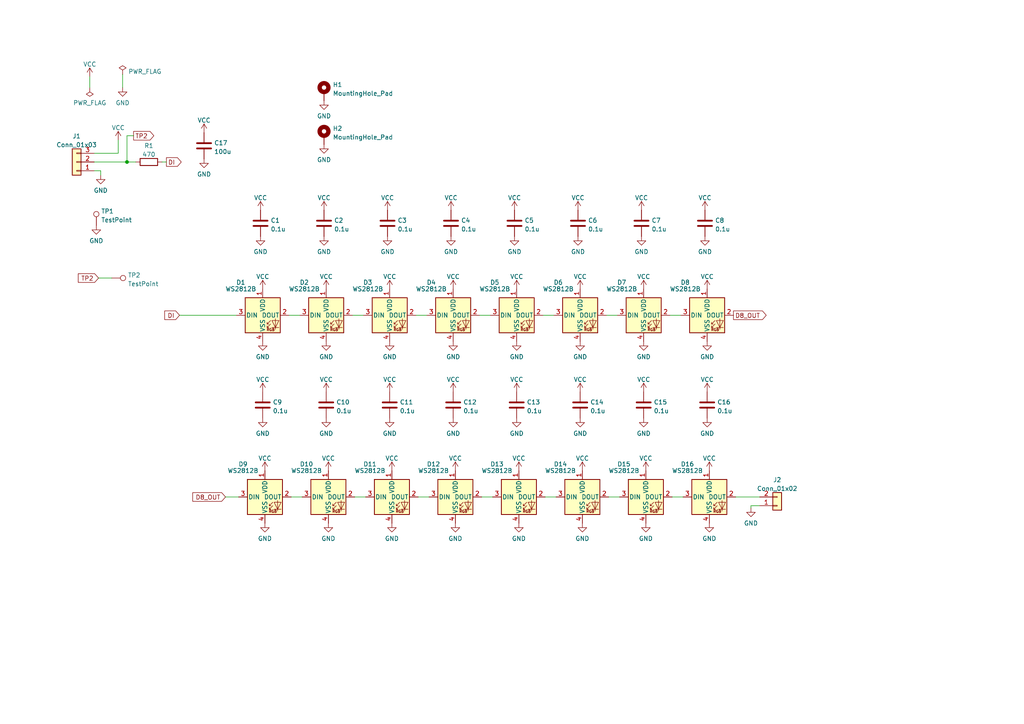
<source format=kicad_sch>
(kicad_sch (version 20211123) (generator eeschema)

  (uuid 41a3e8c3-d8e5-406f-aeb5-eb5b8505411d)

  (paper "A4")

  (title_block
    (title "16-leds-san")
    (date "2022-06-14")
    (rev "1")
    (company "kinoshita laboratory")
  )

  (lib_symbols
    (symbol "Connector:TestPoint" (pin_numbers hide) (pin_names (offset 0.762) hide) (in_bom yes) (on_board yes)
      (property "Reference" "TP" (id 0) (at 0 6.858 0)
        (effects (font (size 1.27 1.27)))
      )
      (property "Value" "TestPoint" (id 1) (at 0 5.08 0)
        (effects (font (size 1.27 1.27)))
      )
      (property "Footprint" "" (id 2) (at 5.08 0 0)
        (effects (font (size 1.27 1.27)) hide)
      )
      (property "Datasheet" "~" (id 3) (at 5.08 0 0)
        (effects (font (size 1.27 1.27)) hide)
      )
      (property "ki_keywords" "test point tp" (id 4) (at 0 0 0)
        (effects (font (size 1.27 1.27)) hide)
      )
      (property "ki_description" "test point" (id 5) (at 0 0 0)
        (effects (font (size 1.27 1.27)) hide)
      )
      (property "ki_fp_filters" "Pin* Test*" (id 6) (at 0 0 0)
        (effects (font (size 1.27 1.27)) hide)
      )
      (symbol "TestPoint_0_1"
        (circle (center 0 3.302) (radius 0.762)
          (stroke (width 0) (type default) (color 0 0 0 0))
          (fill (type none))
        )
      )
      (symbol "TestPoint_1_1"
        (pin passive line (at 0 0 90) (length 2.54)
          (name "1" (effects (font (size 1.27 1.27))))
          (number "1" (effects (font (size 1.27 1.27))))
        )
      )
    )
    (symbol "Connector_Generic:Conn_01x02" (pin_names (offset 1.016) hide) (in_bom yes) (on_board yes)
      (property "Reference" "J" (id 0) (at 0 2.54 0)
        (effects (font (size 1.27 1.27)))
      )
      (property "Value" "Conn_01x02" (id 1) (at 0 -5.08 0)
        (effects (font (size 1.27 1.27)))
      )
      (property "Footprint" "" (id 2) (at 0 0 0)
        (effects (font (size 1.27 1.27)) hide)
      )
      (property "Datasheet" "~" (id 3) (at 0 0 0)
        (effects (font (size 1.27 1.27)) hide)
      )
      (property "ki_keywords" "connector" (id 4) (at 0 0 0)
        (effects (font (size 1.27 1.27)) hide)
      )
      (property "ki_description" "Generic connector, single row, 01x02, script generated (kicad-library-utils/schlib/autogen/connector/)" (id 5) (at 0 0 0)
        (effects (font (size 1.27 1.27)) hide)
      )
      (property "ki_fp_filters" "Connector*:*_1x??_*" (id 6) (at 0 0 0)
        (effects (font (size 1.27 1.27)) hide)
      )
      (symbol "Conn_01x02_1_1"
        (rectangle (start -1.27 -2.413) (end 0 -2.667)
          (stroke (width 0.1524) (type default) (color 0 0 0 0))
          (fill (type none))
        )
        (rectangle (start -1.27 0.127) (end 0 -0.127)
          (stroke (width 0.1524) (type default) (color 0 0 0 0))
          (fill (type none))
        )
        (rectangle (start -1.27 1.27) (end 1.27 -3.81)
          (stroke (width 0.254) (type default) (color 0 0 0 0))
          (fill (type background))
        )
        (pin passive line (at -5.08 0 0) (length 3.81)
          (name "Pin_1" (effects (font (size 1.27 1.27))))
          (number "1" (effects (font (size 1.27 1.27))))
        )
        (pin passive line (at -5.08 -2.54 0) (length 3.81)
          (name "Pin_2" (effects (font (size 1.27 1.27))))
          (number "2" (effects (font (size 1.27 1.27))))
        )
      )
    )
    (symbol "Connector_Generic:Conn_01x03" (pin_names (offset 1.016) hide) (in_bom yes) (on_board yes)
      (property "Reference" "J" (id 0) (at 0 5.08 0)
        (effects (font (size 1.27 1.27)))
      )
      (property "Value" "Conn_01x03" (id 1) (at 0 -5.08 0)
        (effects (font (size 1.27 1.27)))
      )
      (property "Footprint" "" (id 2) (at 0 0 0)
        (effects (font (size 1.27 1.27)) hide)
      )
      (property "Datasheet" "~" (id 3) (at 0 0 0)
        (effects (font (size 1.27 1.27)) hide)
      )
      (property "ki_keywords" "connector" (id 4) (at 0 0 0)
        (effects (font (size 1.27 1.27)) hide)
      )
      (property "ki_description" "Generic connector, single row, 01x03, script generated (kicad-library-utils/schlib/autogen/connector/)" (id 5) (at 0 0 0)
        (effects (font (size 1.27 1.27)) hide)
      )
      (property "ki_fp_filters" "Connector*:*_1x??_*" (id 6) (at 0 0 0)
        (effects (font (size 1.27 1.27)) hide)
      )
      (symbol "Conn_01x03_1_1"
        (rectangle (start -1.27 -2.413) (end 0 -2.667)
          (stroke (width 0.1524) (type default) (color 0 0 0 0))
          (fill (type none))
        )
        (rectangle (start -1.27 0.127) (end 0 -0.127)
          (stroke (width 0.1524) (type default) (color 0 0 0 0))
          (fill (type none))
        )
        (rectangle (start -1.27 2.667) (end 0 2.413)
          (stroke (width 0.1524) (type default) (color 0 0 0 0))
          (fill (type none))
        )
        (rectangle (start -1.27 3.81) (end 1.27 -3.81)
          (stroke (width 0.254) (type default) (color 0 0 0 0))
          (fill (type background))
        )
        (pin passive line (at -5.08 2.54 0) (length 3.81)
          (name "Pin_1" (effects (font (size 1.27 1.27))))
          (number "1" (effects (font (size 1.27 1.27))))
        )
        (pin passive line (at -5.08 0 0) (length 3.81)
          (name "Pin_2" (effects (font (size 1.27 1.27))))
          (number "2" (effects (font (size 1.27 1.27))))
        )
        (pin passive line (at -5.08 -2.54 0) (length 3.81)
          (name "Pin_3" (effects (font (size 1.27 1.27))))
          (number "3" (effects (font (size 1.27 1.27))))
        )
      )
    )
    (symbol "Device:C" (pin_numbers hide) (pin_names (offset 0.254)) (in_bom yes) (on_board yes)
      (property "Reference" "C" (id 0) (at 0.635 2.54 0)
        (effects (font (size 1.27 1.27)) (justify left))
      )
      (property "Value" "C" (id 1) (at 0.635 -2.54 0)
        (effects (font (size 1.27 1.27)) (justify left))
      )
      (property "Footprint" "" (id 2) (at 0.9652 -3.81 0)
        (effects (font (size 1.27 1.27)) hide)
      )
      (property "Datasheet" "~" (id 3) (at 0 0 0)
        (effects (font (size 1.27 1.27)) hide)
      )
      (property "ki_keywords" "cap capacitor" (id 4) (at 0 0 0)
        (effects (font (size 1.27 1.27)) hide)
      )
      (property "ki_description" "Unpolarized capacitor" (id 5) (at 0 0 0)
        (effects (font (size 1.27 1.27)) hide)
      )
      (property "ki_fp_filters" "C_*" (id 6) (at 0 0 0)
        (effects (font (size 1.27 1.27)) hide)
      )
      (symbol "C_0_1"
        (polyline
          (pts
            (xy -2.032 -0.762)
            (xy 2.032 -0.762)
          )
          (stroke (width 0.508) (type default) (color 0 0 0 0))
          (fill (type none))
        )
        (polyline
          (pts
            (xy -2.032 0.762)
            (xy 2.032 0.762)
          )
          (stroke (width 0.508) (type default) (color 0 0 0 0))
          (fill (type none))
        )
      )
      (symbol "C_1_1"
        (pin passive line (at 0 3.81 270) (length 2.794)
          (name "~" (effects (font (size 1.27 1.27))))
          (number "1" (effects (font (size 1.27 1.27))))
        )
        (pin passive line (at 0 -3.81 90) (length 2.794)
          (name "~" (effects (font (size 1.27 1.27))))
          (number "2" (effects (font (size 1.27 1.27))))
        )
      )
    )
    (symbol "Device:R" (pin_numbers hide) (pin_names (offset 0)) (in_bom yes) (on_board yes)
      (property "Reference" "R" (id 0) (at 2.032 0 90)
        (effects (font (size 1.27 1.27)))
      )
      (property "Value" "R" (id 1) (at 0 0 90)
        (effects (font (size 1.27 1.27)))
      )
      (property "Footprint" "" (id 2) (at -1.778 0 90)
        (effects (font (size 1.27 1.27)) hide)
      )
      (property "Datasheet" "~" (id 3) (at 0 0 0)
        (effects (font (size 1.27 1.27)) hide)
      )
      (property "ki_keywords" "R res resistor" (id 4) (at 0 0 0)
        (effects (font (size 1.27 1.27)) hide)
      )
      (property "ki_description" "Resistor" (id 5) (at 0 0 0)
        (effects (font (size 1.27 1.27)) hide)
      )
      (property "ki_fp_filters" "R_*" (id 6) (at 0 0 0)
        (effects (font (size 1.27 1.27)) hide)
      )
      (symbol "R_0_1"
        (rectangle (start -1.016 -2.54) (end 1.016 2.54)
          (stroke (width 0.254) (type default) (color 0 0 0 0))
          (fill (type none))
        )
      )
      (symbol "R_1_1"
        (pin passive line (at 0 3.81 270) (length 1.27)
          (name "~" (effects (font (size 1.27 1.27))))
          (number "1" (effects (font (size 1.27 1.27))))
        )
        (pin passive line (at 0 -3.81 90) (length 1.27)
          (name "~" (effects (font (size 1.27 1.27))))
          (number "2" (effects (font (size 1.27 1.27))))
        )
      )
    )
    (symbol "Mechanical:MountingHole_Pad" (pin_numbers hide) (pin_names (offset 1.016) hide) (in_bom yes) (on_board yes)
      (property "Reference" "H" (id 0) (at 0 6.35 0)
        (effects (font (size 1.27 1.27)))
      )
      (property "Value" "MountingHole_Pad" (id 1) (at 0 4.445 0)
        (effects (font (size 1.27 1.27)))
      )
      (property "Footprint" "" (id 2) (at 0 0 0)
        (effects (font (size 1.27 1.27)) hide)
      )
      (property "Datasheet" "~" (id 3) (at 0 0 0)
        (effects (font (size 1.27 1.27)) hide)
      )
      (property "ki_keywords" "mounting hole" (id 4) (at 0 0 0)
        (effects (font (size 1.27 1.27)) hide)
      )
      (property "ki_description" "Mounting Hole with connection" (id 5) (at 0 0 0)
        (effects (font (size 1.27 1.27)) hide)
      )
      (property "ki_fp_filters" "MountingHole*Pad*" (id 6) (at 0 0 0)
        (effects (font (size 1.27 1.27)) hide)
      )
      (symbol "MountingHole_Pad_0_1"
        (circle (center 0 1.27) (radius 1.27)
          (stroke (width 1.27) (type default) (color 0 0 0 0))
          (fill (type none))
        )
      )
      (symbol "MountingHole_Pad_1_1"
        (pin input line (at 0 -2.54 90) (length 2.54)
          (name "1" (effects (font (size 1.27 1.27))))
          (number "1" (effects (font (size 1.27 1.27))))
        )
      )
    )
    (symbol "mylib:LED_NeoPixel_XL-5050RGBC-WS2812B" (pin_names (offset 0.254)) (in_bom yes) (on_board yes)
      (property "Reference" "D" (id 0) (at 5.08 5.715 0)
        (effects (font (size 1.27 1.27)) (justify right bottom))
      )
      (property "Value" "LED_NeoPixel_XL-5050RGBC-WS2812B" (id 1) (at 1.27 -5.715 0)
        (effects (font (size 1.27 1.27)) (justify left top))
      )
      (property "Footprint" "LED_SMD:LED_WS2812B_PLCC4_5.0x5.0mm_P3.2mm" (id 2) (at 1.27 -7.62 0)
        (effects (font (size 1.27 1.27)) (justify left top) hide)
      )
      (property "Datasheet" "https://cdn-shop.adafruit.com/datasheets/WS2812B.pdf" (id 3) (at 2.54 -9.525 0)
        (effects (font (size 1.27 1.27)) (justify left top) hide)
      )
      (property "ki_keywords" "RGB LED NeoPixel addressable" (id 4) (at 0 0 0)
        (effects (font (size 1.27 1.27)) hide)
      )
      (property "ki_description" "RGB LED with integrated controller" (id 5) (at 0 0 0)
        (effects (font (size 1.27 1.27)) hide)
      )
      (property "ki_fp_filters" "LED*WS2812*PLCC*5.0x5.0mm*P3.2mm*" (id 6) (at 0 0 0)
        (effects (font (size 1.27 1.27)) hide)
      )
      (symbol "LED_NeoPixel_XL-5050RGBC-WS2812B_0_0"
        (text "RGB" (at 2.286 -4.191 0)
          (effects (font (size 0.762 0.762)))
        )
      )
      (symbol "LED_NeoPixel_XL-5050RGBC-WS2812B_0_1"
        (polyline
          (pts
            (xy 1.27 -3.556)
            (xy 1.778 -3.556)
          )
          (stroke (width 0) (type default) (color 0 0 0 0))
          (fill (type none))
        )
        (polyline
          (pts
            (xy 1.27 -2.54)
            (xy 1.778 -2.54)
          )
          (stroke (width 0) (type default) (color 0 0 0 0))
          (fill (type none))
        )
        (polyline
          (pts
            (xy 4.699 -3.556)
            (xy 2.667 -3.556)
          )
          (stroke (width 0) (type default) (color 0 0 0 0))
          (fill (type none))
        )
        (polyline
          (pts
            (xy 2.286 -2.54)
            (xy 1.27 -3.556)
            (xy 1.27 -3.048)
          )
          (stroke (width 0) (type default) (color 0 0 0 0))
          (fill (type none))
        )
        (polyline
          (pts
            (xy 2.286 -1.524)
            (xy 1.27 -2.54)
            (xy 1.27 -2.032)
          )
          (stroke (width 0) (type default) (color 0 0 0 0))
          (fill (type none))
        )
        (polyline
          (pts
            (xy 3.683 -1.016)
            (xy 3.683 -3.556)
            (xy 3.683 -4.064)
          )
          (stroke (width 0) (type default) (color 0 0 0 0))
          (fill (type none))
        )
        (polyline
          (pts
            (xy 4.699 -1.524)
            (xy 2.667 -1.524)
            (xy 3.683 -3.556)
            (xy 4.699 -1.524)
          )
          (stroke (width 0) (type default) (color 0 0 0 0))
          (fill (type none))
        )
        (rectangle (start 5.08 5.08) (end -5.08 -5.08)
          (stroke (width 0.254) (type default) (color 0 0 0 0))
          (fill (type background))
        )
      )
      (symbol "LED_NeoPixel_XL-5050RGBC-WS2812B_1_1"
        (pin power_in line (at 0 7.62 270) (length 2.54)
          (name "VDD" (effects (font (size 1.27 1.27))))
          (number "1" (effects (font (size 1.27 1.27))))
        )
        (pin output line (at 7.62 0 180) (length 2.54)
          (name "DOUT" (effects (font (size 1.27 1.27))))
          (number "2" (effects (font (size 1.27 1.27))))
        )
        (pin input line (at -7.62 0 0) (length 2.54)
          (name "DIN" (effects (font (size 1.27 1.27))))
          (number "3" (effects (font (size 1.27 1.27))))
        )
        (pin power_in line (at 0 -7.62 90) (length 2.54)
          (name "VSS" (effects (font (size 1.27 1.27))))
          (number "4" (effects (font (size 1.27 1.27))))
        )
      )
    )
    (symbol "power:GND" (power) (pin_names (offset 0)) (in_bom yes) (on_board yes)
      (property "Reference" "#PWR" (id 0) (at 0 -6.35 0)
        (effects (font (size 1.27 1.27)) hide)
      )
      (property "Value" "GND" (id 1) (at 0 -3.81 0)
        (effects (font (size 1.27 1.27)))
      )
      (property "Footprint" "" (id 2) (at 0 0 0)
        (effects (font (size 1.27 1.27)) hide)
      )
      (property "Datasheet" "" (id 3) (at 0 0 0)
        (effects (font (size 1.27 1.27)) hide)
      )
      (property "ki_keywords" "power-flag" (id 4) (at 0 0 0)
        (effects (font (size 1.27 1.27)) hide)
      )
      (property "ki_description" "Power symbol creates a global label with name \"GND\" , ground" (id 5) (at 0 0 0)
        (effects (font (size 1.27 1.27)) hide)
      )
      (symbol "GND_0_1"
        (polyline
          (pts
            (xy 0 0)
            (xy 0 -1.27)
            (xy 1.27 -1.27)
            (xy 0 -2.54)
            (xy -1.27 -1.27)
            (xy 0 -1.27)
          )
          (stroke (width 0) (type default) (color 0 0 0 0))
          (fill (type none))
        )
      )
      (symbol "GND_1_1"
        (pin power_in line (at 0 0 270) (length 0) hide
          (name "GND" (effects (font (size 1.27 1.27))))
          (number "1" (effects (font (size 1.27 1.27))))
        )
      )
    )
    (symbol "power:PWR_FLAG" (power) (pin_numbers hide) (pin_names (offset 0) hide) (in_bom yes) (on_board yes)
      (property "Reference" "#FLG" (id 0) (at 0 1.905 0)
        (effects (font (size 1.27 1.27)) hide)
      )
      (property "Value" "PWR_FLAG" (id 1) (at 0 3.81 0)
        (effects (font (size 1.27 1.27)))
      )
      (property "Footprint" "" (id 2) (at 0 0 0)
        (effects (font (size 1.27 1.27)) hide)
      )
      (property "Datasheet" "~" (id 3) (at 0 0 0)
        (effects (font (size 1.27 1.27)) hide)
      )
      (property "ki_keywords" "power-flag" (id 4) (at 0 0 0)
        (effects (font (size 1.27 1.27)) hide)
      )
      (property "ki_description" "Special symbol for telling ERC where power comes from" (id 5) (at 0 0 0)
        (effects (font (size 1.27 1.27)) hide)
      )
      (symbol "PWR_FLAG_0_0"
        (pin power_out line (at 0 0 90) (length 0)
          (name "pwr" (effects (font (size 1.27 1.27))))
          (number "1" (effects (font (size 1.27 1.27))))
        )
      )
      (symbol "PWR_FLAG_0_1"
        (polyline
          (pts
            (xy 0 0)
            (xy 0 1.27)
            (xy -1.016 1.905)
            (xy 0 2.54)
            (xy 1.016 1.905)
            (xy 0 1.27)
          )
          (stroke (width 0) (type default) (color 0 0 0 0))
          (fill (type none))
        )
      )
    )
    (symbol "power:VCC" (power) (pin_names (offset 0)) (in_bom yes) (on_board yes)
      (property "Reference" "#PWR" (id 0) (at 0 -3.81 0)
        (effects (font (size 1.27 1.27)) hide)
      )
      (property "Value" "VCC" (id 1) (at 0 3.81 0)
        (effects (font (size 1.27 1.27)))
      )
      (property "Footprint" "" (id 2) (at 0 0 0)
        (effects (font (size 1.27 1.27)) hide)
      )
      (property "Datasheet" "" (id 3) (at 0 0 0)
        (effects (font (size 1.27 1.27)) hide)
      )
      (property "ki_keywords" "power-flag" (id 4) (at 0 0 0)
        (effects (font (size 1.27 1.27)) hide)
      )
      (property "ki_description" "Power symbol creates a global label with name \"VCC\"" (id 5) (at 0 0 0)
        (effects (font (size 1.27 1.27)) hide)
      )
      (symbol "VCC_0_1"
        (polyline
          (pts
            (xy -0.762 1.27)
            (xy 0 2.54)
          )
          (stroke (width 0) (type default) (color 0 0 0 0))
          (fill (type none))
        )
        (polyline
          (pts
            (xy 0 0)
            (xy 0 2.54)
          )
          (stroke (width 0) (type default) (color 0 0 0 0))
          (fill (type none))
        )
        (polyline
          (pts
            (xy 0 2.54)
            (xy 0.762 1.27)
          )
          (stroke (width 0) (type default) (color 0 0 0 0))
          (fill (type none))
        )
      )
      (symbol "VCC_1_1"
        (pin power_in line (at 0 0 90) (length 0) hide
          (name "VCC" (effects (font (size 1.27 1.27))))
          (number "1" (effects (font (size 1.27 1.27))))
        )
      )
    )
  )

  (junction (at 36.83 46.99) (diameter 0) (color 0 0 0 0)
    (uuid 36955fb3-f83f-4003-bd9d-80a246e3e75c)
  )

  (wire (pts (xy 194.945 144.145) (xy 198.12 144.145))
    (stroke (width 0) (type default) (color 0 0 0 0))
    (uuid 00887602-7c58-45c4-8b79-21df90b9e9bb)
  )
  (wire (pts (xy 83.82 91.44) (xy 86.995 91.44))
    (stroke (width 0) (type default) (color 0 0 0 0))
    (uuid 146b3a2f-e1da-487f-bb1d-6722113c1acb)
  )
  (wire (pts (xy 27.305 49.53) (xy 29.21 49.53))
    (stroke (width 0) (type default) (color 0 0 0 0))
    (uuid 14ac4ba4-ee6f-4893-b66c-eabbc0d8aa14)
  )
  (wire (pts (xy 139.7 144.145) (xy 142.875 144.145))
    (stroke (width 0) (type default) (color 0 0 0 0))
    (uuid 19a55813-a68e-453e-8be6-57e3ebee005e)
  )
  (wire (pts (xy 217.805 146.685) (xy 217.805 147.32))
    (stroke (width 0) (type default) (color 0 0 0 0))
    (uuid 209d2f5a-f6bd-4bed-b50b-63143d568cd9)
  )
  (wire (pts (xy 175.895 91.44) (xy 179.07 91.44))
    (stroke (width 0) (type default) (color 0 0 0 0))
    (uuid 29e3d5ca-371b-49fa-9a4a-2b6e3834d19b)
  )
  (wire (pts (xy 35.56 21.59) (xy 35.56 25.4))
    (stroke (width 0) (type default) (color 0 0 0 0))
    (uuid 2a32e3fc-b48b-4978-b5af-11a3053262c4)
  )
  (wire (pts (xy 26.035 22.225) (xy 26.035 25.4))
    (stroke (width 0) (type default) (color 0 0 0 0))
    (uuid 3598972d-bc09-4389-bcde-6dc6292fd946)
  )
  (wire (pts (xy 139.065 91.44) (xy 142.24 91.44))
    (stroke (width 0) (type default) (color 0 0 0 0))
    (uuid 45eea509-b0c1-41d0-bff0-6beea709ad91)
  )
  (wire (pts (xy 84.455 144.145) (xy 87.63 144.145))
    (stroke (width 0) (type default) (color 0 0 0 0))
    (uuid 57c380c9-018b-4271-a366-867ea5f7699c)
  )
  (wire (pts (xy 121.285 144.145) (xy 124.46 144.145))
    (stroke (width 0) (type default) (color 0 0 0 0))
    (uuid 5d464edb-fd2c-4204-9543-4d6645188425)
  )
  (wire (pts (xy 52.07 91.44) (xy 68.58 91.44))
    (stroke (width 0) (type default) (color 0 0 0 0))
    (uuid 628211e5-4b8a-4f05-ba2a-a1d5233ed8e5)
  )
  (wire (pts (xy 102.235 91.44) (xy 105.41 91.44))
    (stroke (width 0) (type default) (color 0 0 0 0))
    (uuid 62c01aae-f997-439d-94b2-a7ddb31ec874)
  )
  (wire (pts (xy 27.305 46.99) (xy 36.83 46.99))
    (stroke (width 0) (type default) (color 0 0 0 0))
    (uuid 68c8de3a-1221-4fba-a937-0ed48c661e20)
  )
  (wire (pts (xy 34.29 44.45) (xy 34.29 40.64))
    (stroke (width 0) (type default) (color 0 0 0 0))
    (uuid 6a988aff-72b2-4e9c-82d1-dfabc7e923d0)
  )
  (wire (pts (xy 46.99 46.99) (xy 48.26 46.99))
    (stroke (width 0) (type default) (color 0 0 0 0))
    (uuid 78bb5fcd-6db8-46c7-9159-af5efcb86a19)
  )
  (wire (pts (xy 36.83 46.99) (xy 39.37 46.99))
    (stroke (width 0) (type default) (color 0 0 0 0))
    (uuid 7fa5e442-333d-4a47-b605-04d6df065c2a)
  )
  (wire (pts (xy 120.65 91.44) (xy 123.825 91.44))
    (stroke (width 0) (type default) (color 0 0 0 0))
    (uuid 7fa619c1-b98e-4920-9749-2753c4668aa4)
  )
  (wire (pts (xy 27.305 44.45) (xy 34.29 44.45))
    (stroke (width 0) (type default) (color 0 0 0 0))
    (uuid 86f32996-eccd-4ef2-b319-35a5d0574836)
  )
  (wire (pts (xy 28.575 80.645) (xy 32.385 80.645))
    (stroke (width 0) (type default) (color 0 0 0 0))
    (uuid 89426293-5fb8-4068-b879-975190f65ea6)
  )
  (wire (pts (xy 194.31 91.44) (xy 197.485 91.44))
    (stroke (width 0) (type default) (color 0 0 0 0))
    (uuid ae2e64c2-d64f-46fc-8351-a0dbf8cd53a8)
  )
  (wire (pts (xy 158.115 144.145) (xy 161.29 144.145))
    (stroke (width 0) (type default) (color 0 0 0 0))
    (uuid aeda52ff-02fb-44b0-814d-2a073d8e992d)
  )
  (wire (pts (xy 38.735 39.37) (xy 36.83 39.37))
    (stroke (width 0) (type default) (color 0 0 0 0))
    (uuid b41626c6-77a9-4c25-b869-eef7992312a3)
  )
  (wire (pts (xy 176.53 144.145) (xy 179.705 144.145))
    (stroke (width 0) (type default) (color 0 0 0 0))
    (uuid b5547039-906e-44b7-bb14-54afec3c4480)
  )
  (wire (pts (xy 157.48 91.44) (xy 160.655 91.44))
    (stroke (width 0) (type default) (color 0 0 0 0))
    (uuid dc3bc522-59b9-4041-9d55-6d08f77877ce)
  )
  (wire (pts (xy 213.36 144.145) (xy 220.345 144.145))
    (stroke (width 0) (type default) (color 0 0 0 0))
    (uuid e68318c5-bf65-43d9-a4e5-f96ba7f99c25)
  )
  (wire (pts (xy 65.405 144.145) (xy 69.215 144.145))
    (stroke (width 0) (type default) (color 0 0 0 0))
    (uuid e97b6a5a-18d3-4933-8a9d-705e6222ce48)
  )
  (wire (pts (xy 220.345 146.685) (xy 217.805 146.685))
    (stroke (width 0) (type default) (color 0 0 0 0))
    (uuid f854de10-f140-47fc-92bc-ad9fc1165573)
  )
  (wire (pts (xy 36.83 39.37) (xy 36.83 46.99))
    (stroke (width 0) (type default) (color 0 0 0 0))
    (uuid f8d60be3-b74e-449a-8c9c-d329004ad847)
  )
  (wire (pts (xy 29.21 49.53) (xy 29.21 50.8))
    (stroke (width 0) (type default) (color 0 0 0 0))
    (uuid fae6b4a2-05e7-4ab3-80a5-14d8e3754361)
  )
  (wire (pts (xy 102.87 144.145) (xy 106.045 144.145))
    (stroke (width 0) (type default) (color 0 0 0 0))
    (uuid fe771d27-a01b-4db4-b900-b1e083b63620)
  )

  (global_label "TP2" (shape input) (at 28.575 80.645 180) (fields_autoplaced)
    (effects (font (size 1.27 1.27)) (justify right))
    (uuid 007a5180-8836-47de-822f-5d09a66502a0)
    (property "Intersheet References" "${INTERSHEET_REFS}" (id 0) (at 22.7148 80.5656 0)
      (effects (font (size 1.27 1.27)) (justify right) hide)
    )
  )
  (global_label "DI" (shape input) (at 52.07 91.44 180) (fields_autoplaced)
    (effects (font (size 1.27 1.27)) (justify right))
    (uuid 2e2eb278-d03c-4c7d-a551-0768d5d67a74)
    (property "Intersheet References" "${INTERSHEET_REFS}" (id 0) (at 47.7821 91.3606 0)
      (effects (font (size 1.27 1.27)) (justify right) hide)
    )
  )
  (global_label "D8_OUT" (shape input) (at 65.405 144.145 180) (fields_autoplaced)
    (effects (font (size 1.27 1.27)) (justify right))
    (uuid 7d3870ee-50a9-44a7-a43a-40c655bca68c)
    (property "Intersheet References" "${INTERSHEET_REFS}" (id 0) (at 55.9162 144.2244 0)
      (effects (font (size 1.27 1.27)) (justify right) hide)
    )
  )
  (global_label "D8_OUT" (shape output) (at 212.725 91.44 0) (fields_autoplaced)
    (effects (font (size 1.27 1.27)) (justify left))
    (uuid 8a092442-a948-48a2-96c3-cf576de35598)
    (property "Intersheet References" "${INTERSHEET_REFS}" (id 0) (at 222.2138 91.5194 0)
      (effects (font (size 1.27 1.27)) (justify left) hide)
    )
  )
  (global_label "TP2" (shape output) (at 38.735 39.37 0) (fields_autoplaced)
    (effects (font (size 1.27 1.27)) (justify left))
    (uuid 8abd0a00-a46d-4def-ba57-4a16c54de4dd)
    (property "Intersheet References" "${INTERSHEET_REFS}" (id 0) (at 44.5952 39.2906 0)
      (effects (font (size 1.27 1.27)) (justify left) hide)
    )
  )
  (global_label "DI" (shape output) (at 48.26 46.99 0) (fields_autoplaced)
    (effects (font (size 1.27 1.27)) (justify left))
    (uuid f82f8d7b-532a-42db-bc3c-f9ee4f18576e)
    (property "Intersheet References" "${INTERSHEET_REFS}" (id 0) (at 52.5479 46.9106 0)
      (effects (font (size 1.27 1.27)) (justify left) hide)
    )
  )

  (symbol (lib_id "power:VCC") (at 112.395 60.96 0) (mirror y) (unit 1)
    (in_bom yes) (on_board yes) (fields_autoplaced)
    (uuid 019d833d-cadf-4a7d-8eb5-7d5f2053b23d)
    (property "Reference" "#PWR017" (id 0) (at 112.395 64.77 0)
      (effects (font (size 1.27 1.27)) hide)
    )
    (property "Value" "VCC" (id 1) (at 112.395 57.3842 0))
    (property "Footprint" "" (id 2) (at 112.395 60.96 0)
      (effects (font (size 1.27 1.27)) hide)
    )
    (property "Datasheet" "" (id 3) (at 112.395 60.96 0)
      (effects (font (size 1.27 1.27)) hide)
    )
    (pin "1" (uuid 4e74282d-6433-4783-8aa4-5004da6ed238))
  )

  (symbol (lib_id "power:VCC") (at 168.275 113.665 0) (mirror y) (unit 1)
    (in_bom yes) (on_board yes) (fields_autoplaced)
    (uuid 0757e48d-afbb-45aa-824b-23a6b72db7a6)
    (property "Reference" "#PWR061" (id 0) (at 168.275 117.475 0)
      (effects (font (size 1.27 1.27)) hide)
    )
    (property "Value" "VCC" (id 1) (at 168.275 110.0892 0))
    (property "Footprint" "" (id 2) (at 168.275 113.665 0)
      (effects (font (size 1.27 1.27)) hide)
    )
    (property "Datasheet" "" (id 3) (at 168.275 113.665 0)
      (effects (font (size 1.27 1.27)) hide)
    )
    (pin "1" (uuid 10cc8e40-a3c1-4613-9a7f-750c5291d4ac))
  )

  (symbol (lib_id "power:VCC") (at 130.81 60.96 0) (mirror y) (unit 1)
    (in_bom yes) (on_board yes) (fields_autoplaced)
    (uuid 07de45c8-c188-4af7-9bd4-291603dea8e9)
    (property "Reference" "#PWR021" (id 0) (at 130.81 64.77 0)
      (effects (font (size 1.27 1.27)) hide)
    )
    (property "Value" "VCC" (id 1) (at 130.81 57.3842 0))
    (property "Footprint" "" (id 2) (at 130.81 60.96 0)
      (effects (font (size 1.27 1.27)) hide)
    )
    (property "Datasheet" "" (id 3) (at 130.81 60.96 0)
      (effects (font (size 1.27 1.27)) hide)
    )
    (pin "1" (uuid c565e503-6d38-4789-b50f-906b674ca6c0))
  )

  (symbol (lib_id "Device:C") (at 204.47 64.77 0) (unit 1)
    (in_bom yes) (on_board yes) (fields_autoplaced)
    (uuid 080c73cd-9189-42d2-b52c-60a7a6878262)
    (property "Reference" "C8" (id 0) (at 207.391 63.9353 0)
      (effects (font (size 1.27 1.27)) (justify left))
    )
    (property "Value" "0.1u" (id 1) (at 207.391 66.4722 0)
      (effects (font (size 1.27 1.27)) (justify left))
    )
    (property "Footprint" "Capacitor_SMD:C_0402_1005Metric_Pad0.74x0.62mm_HandSolder" (id 2) (at 205.4352 68.58 0)
      (effects (font (size 1.27 1.27)) hide)
    )
    (property "Datasheet" "~" (id 3) (at 204.47 64.77 0)
      (effects (font (size 1.27 1.27)) hide)
    )
    (property "LCSC" "C1525" (id 4) (at 204.47 64.77 0)
      (effects (font (size 1.27 1.27)) hide)
    )
    (pin "1" (uuid 228b1498-c948-4325-a440-ad3df11bf467))
    (pin "2" (uuid a1a253a1-6607-40f1-bf64-7f151c3c2f9d))
  )

  (symbol (lib_id "mylib:LED_NeoPixel_XL-5050RGBC-WS2812B") (at 131.445 91.44 0) (unit 1)
    (in_bom yes) (on_board yes)
    (uuid 09014a52-b533-42e7-8f8a-27318b08183d)
    (property "Reference" "D4" (id 0) (at 125.095 81.915 0))
    (property "Value" "WS2812B" (id 1) (at 125.095 83.82 0))
    (property "Footprint" "16-leds-san:LED_NeoPixel_XL-5050RGBC-WS2812B" (id 2) (at 132.715 99.06 0)
      (effects (font (size 1.27 1.27)) (justify left top) hide)
    )
    (property "Datasheet" "https://cdn-shop.adafruit.com/datasheets/WS2812B.pdf" (id 3) (at 133.985 100.965 0)
      (effects (font (size 1.27 1.27)) (justify left top) hide)
    )
    (property "LCSC" "C2843785" (id 4) (at 131.445 91.44 0)
      (effects (font (size 1.27 1.27)) hide)
    )
    (pin "1" (uuid 25b82a8f-1406-420c-bc11-8896e1f24751))
    (pin "2" (uuid b70f448d-6e1f-4003-a26c-5d6ba95241a3))
    (pin "3" (uuid 6959fb2e-ad5a-4108-bfc1-bc7197115b20))
    (pin "4" (uuid 8e564e5c-dc7d-42b3-82be-5fa690d295bf))
  )

  (symbol (lib_id "power:GND") (at 205.105 99.06 0) (unit 1)
    (in_bom yes) (on_board yes) (fields_autoplaced)
    (uuid 09bbf018-cb2a-4b41-9c35-f8f3057e792a)
    (property "Reference" "#PWR040" (id 0) (at 205.105 105.41 0)
      (effects (font (size 1.27 1.27)) hide)
    )
    (property "Value" "GND" (id 1) (at 205.105 103.5034 0))
    (property "Footprint" "" (id 2) (at 205.105 99.06 0)
      (effects (font (size 1.27 1.27)) hide)
    )
    (property "Datasheet" "" (id 3) (at 205.105 99.06 0)
      (effects (font (size 1.27 1.27)) hide)
    )
    (pin "1" (uuid 2238c9bb-8e62-46ce-a2b7-b5988a51daf2))
  )

  (symbol (lib_id "power:GND") (at 149.225 68.58 0) (unit 1)
    (in_bom yes) (on_board yes) (fields_autoplaced)
    (uuid 12d298d7-7530-4d6b-81ac-6b4222aa444f)
    (property "Reference" "#PWR026" (id 0) (at 149.225 74.93 0)
      (effects (font (size 1.27 1.27)) hide)
    )
    (property "Value" "GND" (id 1) (at 149.225 73.0234 0))
    (property "Footprint" "" (id 2) (at 149.225 68.58 0)
      (effects (font (size 1.27 1.27)) hide)
    )
    (property "Datasheet" "" (id 3) (at 149.225 68.58 0)
      (effects (font (size 1.27 1.27)) hide)
    )
    (pin "1" (uuid a11cb95c-6bbc-4ec2-b598-66fbf82b3078))
  )

  (symbol (lib_id "power:GND") (at 167.64 68.58 0) (unit 1)
    (in_bom yes) (on_board yes) (fields_autoplaced)
    (uuid 13ebcb5c-986b-4295-9b63-6eafa3beb03a)
    (property "Reference" "#PWR030" (id 0) (at 167.64 74.93 0)
      (effects (font (size 1.27 1.27)) hide)
    )
    (property "Value" "GND" (id 1) (at 167.64 73.0234 0))
    (property "Footprint" "" (id 2) (at 167.64 68.58 0)
      (effects (font (size 1.27 1.27)) hide)
    )
    (property "Datasheet" "" (id 3) (at 167.64 68.58 0)
      (effects (font (size 1.27 1.27)) hide)
    )
    (pin "1" (uuid 715daf64-2d34-4f7b-9698-132c116b9135))
  )

  (symbol (lib_id "power:VCC") (at 167.64 60.96 0) (mirror y) (unit 1)
    (in_bom yes) (on_board yes) (fields_autoplaced)
    (uuid 15052f4c-f3f4-42d4-b8da-d6e3a19b22a0)
    (property "Reference" "#PWR029" (id 0) (at 167.64 64.77 0)
      (effects (font (size 1.27 1.27)) hide)
    )
    (property "Value" "VCC" (id 1) (at 167.64 57.3842 0))
    (property "Footprint" "" (id 2) (at 167.64 60.96 0)
      (effects (font (size 1.27 1.27)) hide)
    )
    (property "Datasheet" "" (id 3) (at 167.64 60.96 0)
      (effects (font (size 1.27 1.27)) hide)
    )
    (pin "1" (uuid 315d2d8d-6b21-4e59-badb-cc5f0a60a6f0))
  )

  (symbol (lib_id "Device:R") (at 43.18 46.99 90) (unit 1)
    (in_bom yes) (on_board yes) (fields_autoplaced)
    (uuid 1a8d4094-d110-43e4-8aed-4e1883eb6d3b)
    (property "Reference" "R1" (id 0) (at 43.18 42.2742 90))
    (property "Value" "470" (id 1) (at 43.18 44.8111 90))
    (property "Footprint" "Resistor_SMD:R_0402_1005Metric_Pad0.72x0.64mm_HandSolder" (id 2) (at 43.18 48.768 90)
      (effects (font (size 1.27 1.27)) hide)
    )
    (property "Datasheet" "~" (id 3) (at 43.18 46.99 0)
      (effects (font (size 1.27 1.27)) hide)
    )
    (property "LCSC" "C25117" (id 4) (at 43.18 46.99 90)
      (effects (font (size 1.27 1.27)) hide)
    )
    (pin "1" (uuid a6810a4e-1e79-4c7d-82df-77ce96be891d))
    (pin "2" (uuid a96332b3-367b-4313-947b-b8a88106a310))
  )

  (symbol (lib_id "mylib:LED_NeoPixel_XL-5050RGBC-WS2812B") (at 187.325 144.145 0) (unit 1)
    (in_bom yes) (on_board yes)
    (uuid 1d557dc9-9722-4456-be2e-2a00f46e58f0)
    (property "Reference" "D15" (id 0) (at 180.975 134.62 0))
    (property "Value" "WS2812B" (id 1) (at 180.975 136.525 0))
    (property "Footprint" "16-leds-san:LED_NeoPixel_XL-5050RGBC-WS2812B" (id 2) (at 188.595 151.765 0)
      (effects (font (size 1.27 1.27)) (justify left top) hide)
    )
    (property "Datasheet" "https://cdn-shop.adafruit.com/datasheets/WS2812B.pdf" (id 3) (at 189.865 153.67 0)
      (effects (font (size 1.27 1.27)) (justify left top) hide)
    )
    (property "LCSC" "C2843785" (id 4) (at 187.325 144.145 0)
      (effects (font (size 1.27 1.27)) hide)
    )
    (pin "1" (uuid 38953493-0553-4b67-99e0-679a4722a44b))
    (pin "2" (uuid 5ae4cdff-a62c-4dfc-a4f2-69fef8f55741))
    (pin "3" (uuid 20f3b88b-251a-4d70-8804-f1d6b88ed502))
    (pin "4" (uuid 6544d520-1db8-4307-a188-d223c4ae3bf6))
  )

  (symbol (lib_id "power:GND") (at 29.21 50.8 0) (unit 1)
    (in_bom yes) (on_board yes) (fields_autoplaced)
    (uuid 1d671802-4234-43f9-91df-8cd809f79621)
    (property "Reference" "#PWR03" (id 0) (at 29.21 57.15 0)
      (effects (font (size 1.27 1.27)) hide)
    )
    (property "Value" "GND" (id 1) (at 29.21 55.2434 0))
    (property "Footprint" "" (id 2) (at 29.21 50.8 0)
      (effects (font (size 1.27 1.27)) hide)
    )
    (property "Datasheet" "" (id 3) (at 29.21 50.8 0)
      (effects (font (size 1.27 1.27)) hide)
    )
    (pin "1" (uuid 6432758b-2324-4852-b204-d880ede48e1b))
  )

  (symbol (lib_id "power:GND") (at 186.69 121.285 0) (unit 1)
    (in_bom yes) (on_board yes) (fields_autoplaced)
    (uuid 1e7aa309-cab2-4d66-8f00-f8595486d455)
    (property "Reference" "#PWR066" (id 0) (at 186.69 127.635 0)
      (effects (font (size 1.27 1.27)) hide)
    )
    (property "Value" "GND" (id 1) (at 186.69 125.7284 0))
    (property "Footprint" "" (id 2) (at 186.69 121.285 0)
      (effects (font (size 1.27 1.27)) hide)
    )
    (property "Datasheet" "" (id 3) (at 186.69 121.285 0)
      (effects (font (size 1.27 1.27)) hide)
    )
    (pin "1" (uuid 6acb6bbe-8bba-415a-9018-cb29e33fef13))
  )

  (symbol (lib_id "power:GND") (at 59.182 46.101 0) (unit 1)
    (in_bom yes) (on_board yes) (fields_autoplaced)
    (uuid 226a90fc-7a22-44bc-bdb6-e5bbf2135993)
    (property "Reference" "#PWR06" (id 0) (at 59.182 52.451 0)
      (effects (font (size 1.27 1.27)) hide)
    )
    (property "Value" "GND" (id 1) (at 59.182 50.5444 0))
    (property "Footprint" "" (id 2) (at 59.182 46.101 0)
      (effects (font (size 1.27 1.27)) hide)
    )
    (property "Datasheet" "" (id 3) (at 59.182 46.101 0)
      (effects (font (size 1.27 1.27)) hide)
    )
    (pin "1" (uuid 7ca5517b-d6da-48c8-bf3e-580d90868498))
  )

  (symbol (lib_id "power:GND") (at 35.56 25.4 0) (unit 1)
    (in_bom yes) (on_board yes) (fields_autoplaced)
    (uuid 22f2f80b-b665-4184-85cf-e9e8e0d0b803)
    (property "Reference" "#PWR04" (id 0) (at 35.56 31.75 0)
      (effects (font (size 1.27 1.27)) hide)
    )
    (property "Value" "GND" (id 1) (at 35.56 29.8434 0))
    (property "Footprint" "" (id 2) (at 35.56 25.4 0)
      (effects (font (size 1.27 1.27)) hide)
    )
    (property "Datasheet" "" (id 3) (at 35.56 25.4 0)
      (effects (font (size 1.27 1.27)) hide)
    )
    (pin "1" (uuid 24397cfe-49c3-4caf-9619-a3fc63cf7e38))
  )

  (symbol (lib_id "power:VCC") (at 205.105 113.665 0) (mirror y) (unit 1)
    (in_bom yes) (on_board yes) (fields_autoplaced)
    (uuid 2399aba3-bc92-450c-aaab-75fe471d319c)
    (property "Reference" "#PWR069" (id 0) (at 205.105 117.475 0)
      (effects (font (size 1.27 1.27)) hide)
    )
    (property "Value" "VCC" (id 1) (at 205.105 110.0892 0))
    (property "Footprint" "" (id 2) (at 205.105 113.665 0)
      (effects (font (size 1.27 1.27)) hide)
    )
    (property "Datasheet" "" (id 3) (at 205.105 113.665 0)
      (effects (font (size 1.27 1.27)) hide)
    )
    (pin "1" (uuid f121acf8-cfa6-4de0-b3e7-29c4b61303fb))
  )

  (symbol (lib_id "Mechanical:MountingHole_Pad") (at 93.98 26.67 0) (unit 1)
    (in_bom yes) (on_board yes) (fields_autoplaced)
    (uuid 23a389f6-051c-4bc5-998d-36ab154c14ea)
    (property "Reference" "H1" (id 0) (at 96.52 24.5653 0)
      (effects (font (size 1.27 1.27)) (justify left))
    )
    (property "Value" "MountingHole_Pad" (id 1) (at 96.52 27.1022 0)
      (effects (font (size 1.27 1.27)) (justify left))
    )
    (property "Footprint" "MountingHole:MountingHole_3.2mm_M3_DIN965_Pad" (id 2) (at 93.98 26.67 0)
      (effects (font (size 1.27 1.27)) hide)
    )
    (property "Datasheet" "~" (id 3) (at 93.98 26.67 0)
      (effects (font (size 1.27 1.27)) hide)
    )
    (pin "1" (uuid f6973ab2-a546-4a3d-8587-521ab368d4f8))
  )

  (symbol (lib_id "power:GND") (at 95.25 151.765 0) (unit 1)
    (in_bom yes) (on_board yes) (fields_autoplaced)
    (uuid 25123701-e67a-418e-986e-e611431bc92d)
    (property "Reference" "#PWR048" (id 0) (at 95.25 158.115 0)
      (effects (font (size 1.27 1.27)) hide)
    )
    (property "Value" "GND" (id 1) (at 95.25 156.2084 0))
    (property "Footprint" "" (id 2) (at 95.25 151.765 0)
      (effects (font (size 1.27 1.27)) hide)
    )
    (property "Datasheet" "" (id 3) (at 95.25 151.765 0)
      (effects (font (size 1.27 1.27)) hide)
    )
    (pin "1" (uuid eae9cc19-cbce-41eb-83c8-2cbb1b52479a))
  )

  (symbol (lib_id "Device:C") (at 149.86 117.475 0) (unit 1)
    (in_bom yes) (on_board yes) (fields_autoplaced)
    (uuid 288a6490-bc7f-4773-b7b2-8808e0198dd8)
    (property "Reference" "C13" (id 0) (at 152.781 116.6403 0)
      (effects (font (size 1.27 1.27)) (justify left))
    )
    (property "Value" "0.1u" (id 1) (at 152.781 119.1772 0)
      (effects (font (size 1.27 1.27)) (justify left))
    )
    (property "Footprint" "Capacitor_SMD:C_0402_1005Metric_Pad0.74x0.62mm_HandSolder" (id 2) (at 150.8252 121.285 0)
      (effects (font (size 1.27 1.27)) hide)
    )
    (property "Datasheet" "~" (id 3) (at 149.86 117.475 0)
      (effects (font (size 1.27 1.27)) hide)
    )
    (property "LCSC" "C1525" (id 4) (at 149.86 117.475 0)
      (effects (font (size 1.27 1.27)) hide)
    )
    (pin "1" (uuid ac69a6a4-f1a5-47bc-83a6-2f504ce51ae9))
    (pin "2" (uuid d5f910fa-70fd-437a-bd79-0157bd8bf6d9))
  )

  (symbol (lib_id "power:GND") (at 131.445 99.06 0) (unit 1)
    (in_bom yes) (on_board yes) (fields_autoplaced)
    (uuid 2d56a833-6fc5-48fb-a28d-052a18c62b1d)
    (property "Reference" "#PWR024" (id 0) (at 131.445 105.41 0)
      (effects (font (size 1.27 1.27)) hide)
    )
    (property "Value" "GND" (id 1) (at 131.445 103.5034 0))
    (property "Footprint" "" (id 2) (at 131.445 99.06 0)
      (effects (font (size 1.27 1.27)) hide)
    )
    (property "Datasheet" "" (id 3) (at 131.445 99.06 0)
      (effects (font (size 1.27 1.27)) hide)
    )
    (pin "1" (uuid 3ab93212-9abc-4d56-abbf-1ac654d3f3ce))
  )

  (symbol (lib_id "power:VCC") (at 76.2 113.665 0) (mirror y) (unit 1)
    (in_bom yes) (on_board yes) (fields_autoplaced)
    (uuid 2e199b5a-0eae-4a46-99fa-4ff8512c4b69)
    (property "Reference" "#PWR041" (id 0) (at 76.2 117.475 0)
      (effects (font (size 1.27 1.27)) hide)
    )
    (property "Value" "VCC" (id 1) (at 76.2 110.0892 0))
    (property "Footprint" "" (id 2) (at 76.2 113.665 0)
      (effects (font (size 1.27 1.27)) hide)
    )
    (property "Datasheet" "" (id 3) (at 76.2 113.665 0)
      (effects (font (size 1.27 1.27)) hide)
    )
    (pin "1" (uuid 18eb77d5-cda6-4911-a94d-739639ab872f))
  )

  (symbol (lib_id "power:VCC") (at 187.325 136.525 0) (mirror y) (unit 1)
    (in_bom yes) (on_board yes) (fields_autoplaced)
    (uuid 3103825e-89c3-4863-9be2-50a5e7dd232d)
    (property "Reference" "#PWR067" (id 0) (at 187.325 140.335 0)
      (effects (font (size 1.27 1.27)) hide)
    )
    (property "Value" "VCC" (id 1) (at 187.325 132.9492 0))
    (property "Footprint" "" (id 2) (at 187.325 136.525 0)
      (effects (font (size 1.27 1.27)) hide)
    )
    (property "Datasheet" "" (id 3) (at 187.325 136.525 0)
      (effects (font (size 1.27 1.27)) hide)
    )
    (pin "1" (uuid adba4438-0ddb-4152-9b1f-ac3d6562f870))
  )

  (symbol (lib_id "mylib:LED_NeoPixel_XL-5050RGBC-WS2812B") (at 168.275 91.44 0) (unit 1)
    (in_bom yes) (on_board yes)
    (uuid 339ab8ff-ed1c-465b-a933-a9ef08b66e9a)
    (property "Reference" "D6" (id 0) (at 161.925 81.915 0))
    (property "Value" "WS2812B" (id 1) (at 161.925 83.82 0))
    (property "Footprint" "16-leds-san:LED_NeoPixel_XL-5050RGBC-WS2812B" (id 2) (at 169.545 99.06 0)
      (effects (font (size 1.27 1.27)) (justify left top) hide)
    )
    (property "Datasheet" "https://cdn-shop.adafruit.com/datasheets/WS2812B.pdf" (id 3) (at 170.815 100.965 0)
      (effects (font (size 1.27 1.27)) (justify left top) hide)
    )
    (property "LCSC" "C2843785" (id 4) (at 168.275 91.44 0)
      (effects (font (size 1.27 1.27)) hide)
    )
    (pin "1" (uuid b28ad349-be06-4dbb-89f0-9b134ad8d63c))
    (pin "2" (uuid 1d97b412-1ed2-426c-8dfb-fa32f002eb1f))
    (pin "3" (uuid e6c01875-9d82-46b1-a89a-99ef98af8775))
    (pin "4" (uuid adef3d87-5f51-4081-a0dd-eadabb5b95e2))
  )

  (symbol (lib_id "Device:C") (at 76.2 117.475 0) (unit 1)
    (in_bom yes) (on_board yes) (fields_autoplaced)
    (uuid 347a94bc-b3aa-40cb-8fec-9b30b8f5a2ac)
    (property "Reference" "C9" (id 0) (at 79.121 116.6403 0)
      (effects (font (size 1.27 1.27)) (justify left))
    )
    (property "Value" "0.1u" (id 1) (at 79.121 119.1772 0)
      (effects (font (size 1.27 1.27)) (justify left))
    )
    (property "Footprint" "Capacitor_SMD:C_0402_1005Metric_Pad0.74x0.62mm_HandSolder" (id 2) (at 77.1652 121.285 0)
      (effects (font (size 1.27 1.27)) hide)
    )
    (property "Datasheet" "~" (id 3) (at 76.2 117.475 0)
      (effects (font (size 1.27 1.27)) hide)
    )
    (property "LCSC" "C1525" (id 4) (at 76.2 117.475 0)
      (effects (font (size 1.27 1.27)) hide)
    )
    (pin "1" (uuid 4b59401a-2f14-4227-bb57-b3a45bfed9fb))
    (pin "2" (uuid 325b9c8f-d46f-4557-8f04-91f264455a99))
  )

  (symbol (lib_id "power:VCC") (at 75.565 60.96 0) (mirror y) (unit 1)
    (in_bom yes) (on_board yes) (fields_autoplaced)
    (uuid 35a58c04-fbf2-466f-98d5-41e5133800a8)
    (property "Reference" "#PWR09" (id 0) (at 75.565 64.77 0)
      (effects (font (size 1.27 1.27)) hide)
    )
    (property "Value" "VCC" (id 1) (at 75.565 57.3842 0))
    (property "Footprint" "" (id 2) (at 75.565 60.96 0)
      (effects (font (size 1.27 1.27)) hide)
    )
    (property "Datasheet" "" (id 3) (at 75.565 60.96 0)
      (effects (font (size 1.27 1.27)) hide)
    )
    (pin "1" (uuid b615bb2e-ec77-418f-b0c2-5e61bfb812b6))
  )

  (symbol (lib_id "Connector:TestPoint") (at 32.385 80.645 270) (unit 1)
    (in_bom yes) (on_board yes) (fields_autoplaced)
    (uuid 3690b5f4-4b00-459d-97de-ea8c45e9282d)
    (property "Reference" "TP2" (id 0) (at 37.084 79.8103 90)
      (effects (font (size 1.27 1.27)) (justify left))
    )
    (property "Value" "TestPoint" (id 1) (at 37.084 82.3472 90)
      (effects (font (size 1.27 1.27)) (justify left))
    )
    (property "Footprint" "TestPoint:TestPoint_THTPad_D2.0mm_Drill1.0mm" (id 2) (at 32.385 85.725 0)
      (effects (font (size 1.27 1.27)) hide)
    )
    (property "Datasheet" "~" (id 3) (at 32.385 85.725 0)
      (effects (font (size 1.27 1.27)) hide)
    )
    (pin "1" (uuid 2e81d479-2cb2-42da-9f66-c29b80388acd))
  )

  (symbol (lib_id "power:VCC") (at 113.03 113.665 0) (mirror y) (unit 1)
    (in_bom yes) (on_board yes) (fields_autoplaced)
    (uuid 388a9f11-3ffb-4f98-b882-13866d3f7287)
    (property "Reference" "#PWR049" (id 0) (at 113.03 117.475 0)
      (effects (font (size 1.27 1.27)) hide)
    )
    (property "Value" "VCC" (id 1) (at 113.03 110.0892 0))
    (property "Footprint" "" (id 2) (at 113.03 113.665 0)
      (effects (font (size 1.27 1.27)) hide)
    )
    (property "Datasheet" "" (id 3) (at 113.03 113.665 0)
      (effects (font (size 1.27 1.27)) hide)
    )
    (pin "1" (uuid 8b298265-aa60-4c66-9e0a-2c75cfe01836))
  )

  (symbol (lib_id "power:GND") (at 112.395 68.58 0) (unit 1)
    (in_bom yes) (on_board yes) (fields_autoplaced)
    (uuid 3df8d80f-425a-434e-aad5-9fb2a2884a76)
    (property "Reference" "#PWR018" (id 0) (at 112.395 74.93 0)
      (effects (font (size 1.27 1.27)) hide)
    )
    (property "Value" "GND" (id 1) (at 112.395 73.0234 0))
    (property "Footprint" "" (id 2) (at 112.395 68.58 0)
      (effects (font (size 1.27 1.27)) hide)
    )
    (property "Datasheet" "" (id 3) (at 112.395 68.58 0)
      (effects (font (size 1.27 1.27)) hide)
    )
    (pin "1" (uuid 4b594776-1b3e-4f87-b5bf-7b8c5ad94aa1))
  )

  (symbol (lib_id "power:GND") (at 132.08 151.765 0) (unit 1)
    (in_bom yes) (on_board yes) (fields_autoplaced)
    (uuid 45195957-d147-4c9f-bf12-2c332335b086)
    (property "Reference" "#PWR056" (id 0) (at 132.08 158.115 0)
      (effects (font (size 1.27 1.27)) hide)
    )
    (property "Value" "GND" (id 1) (at 132.08 156.2084 0))
    (property "Footprint" "" (id 2) (at 132.08 151.765 0)
      (effects (font (size 1.27 1.27)) hide)
    )
    (property "Datasheet" "" (id 3) (at 132.08 151.765 0)
      (effects (font (size 1.27 1.27)) hide)
    )
    (pin "1" (uuid dd9196b5-cea0-4de3-8279-4426a1aeca5d))
  )

  (symbol (lib_id "power:VCC") (at 186.69 113.665 0) (mirror y) (unit 1)
    (in_bom yes) (on_board yes) (fields_autoplaced)
    (uuid 4a0dc6fe-9ccf-4147-ad89-e432cb8fb2f7)
    (property "Reference" "#PWR065" (id 0) (at 186.69 117.475 0)
      (effects (font (size 1.27 1.27)) hide)
    )
    (property "Value" "VCC" (id 1) (at 186.69 110.0892 0))
    (property "Footprint" "" (id 2) (at 186.69 113.665 0)
      (effects (font (size 1.27 1.27)) hide)
    )
    (property "Datasheet" "" (id 3) (at 186.69 113.665 0)
      (effects (font (size 1.27 1.27)) hide)
    )
    (pin "1" (uuid 2fc3f109-c869-4ed3-90ff-30e47b77b4c7))
  )

  (symbol (lib_id "power:GND") (at 205.74 151.765 0) (unit 1)
    (in_bom yes) (on_board yes) (fields_autoplaced)
    (uuid 4a1a71b1-9302-4d66-82e4-628e91b42a57)
    (property "Reference" "#PWR072" (id 0) (at 205.74 158.115 0)
      (effects (font (size 1.27 1.27)) hide)
    )
    (property "Value" "GND" (id 1) (at 205.74 156.2084 0))
    (property "Footprint" "" (id 2) (at 205.74 151.765 0)
      (effects (font (size 1.27 1.27)) hide)
    )
    (property "Datasheet" "" (id 3) (at 205.74 151.765 0)
      (effects (font (size 1.27 1.27)) hide)
    )
    (pin "1" (uuid 9447ff80-f0bf-460b-af12-a136c2c2681e))
  )

  (symbol (lib_id "Device:C") (at 94.615 117.475 0) (unit 1)
    (in_bom yes) (on_board yes) (fields_autoplaced)
    (uuid 4e7254a0-aa1a-4501-9ccd-e065275baf53)
    (property "Reference" "C10" (id 0) (at 97.536 116.6403 0)
      (effects (font (size 1.27 1.27)) (justify left))
    )
    (property "Value" "0.1u" (id 1) (at 97.536 119.1772 0)
      (effects (font (size 1.27 1.27)) (justify left))
    )
    (property "Footprint" "Capacitor_SMD:C_0402_1005Metric_Pad0.74x0.62mm_HandSolder" (id 2) (at 95.5802 121.285 0)
      (effects (font (size 1.27 1.27)) hide)
    )
    (property "Datasheet" "~" (id 3) (at 94.615 117.475 0)
      (effects (font (size 1.27 1.27)) hide)
    )
    (property "LCSC" "C1525" (id 4) (at 94.615 117.475 0)
      (effects (font (size 1.27 1.27)) hide)
    )
    (pin "1" (uuid 05f5b4c6-5ae4-437f-8742-ba3dc6435fcb))
    (pin "2" (uuid a620e4ef-4b76-400f-9c4e-81b82f90b7cf))
  )

  (symbol (lib_id "Device:C") (at 205.105 117.475 0) (unit 1)
    (in_bom yes) (on_board yes) (fields_autoplaced)
    (uuid 4e7cd945-124c-4eba-8a20-8816626af357)
    (property "Reference" "C16" (id 0) (at 208.026 116.6403 0)
      (effects (font (size 1.27 1.27)) (justify left))
    )
    (property "Value" "0.1u" (id 1) (at 208.026 119.1772 0)
      (effects (font (size 1.27 1.27)) (justify left))
    )
    (property "Footprint" "Capacitor_SMD:C_0402_1005Metric_Pad0.74x0.62mm_HandSolder" (id 2) (at 206.0702 121.285 0)
      (effects (font (size 1.27 1.27)) hide)
    )
    (property "Datasheet" "~" (id 3) (at 205.105 117.475 0)
      (effects (font (size 1.27 1.27)) hide)
    )
    (property "LCSC" "C1525" (id 4) (at 205.105 117.475 0)
      (effects (font (size 1.27 1.27)) hide)
    )
    (pin "1" (uuid 710221dc-b6a9-47dd-bf97-af9872bffd08))
    (pin "2" (uuid 144590ec-21cf-4cdd-9b5e-a242ec91a27a))
  )

  (symbol (lib_id "Connector:TestPoint") (at 27.94 65.405 0) (unit 1)
    (in_bom yes) (on_board yes) (fields_autoplaced)
    (uuid 4ffe9283-b927-464f-8897-2d18192c2c33)
    (property "Reference" "TP1" (id 0) (at 29.337 61.2683 0)
      (effects (font (size 1.27 1.27)) (justify left))
    )
    (property "Value" "TestPoint" (id 1) (at 29.337 63.8052 0)
      (effects (font (size 1.27 1.27)) (justify left))
    )
    (property "Footprint" "TestPoint:TestPoint_THTPad_D2.0mm_Drill1.0mm" (id 2) (at 33.02 65.405 0)
      (effects (font (size 1.27 1.27)) hide)
    )
    (property "Datasheet" "~" (id 3) (at 33.02 65.405 0)
      (effects (font (size 1.27 1.27)) hide)
    )
    (pin "1" (uuid 27dbfbcf-2821-4552-986c-3e04e8783fc1))
  )

  (symbol (lib_id "power:GND") (at 113.665 151.765 0) (unit 1)
    (in_bom yes) (on_board yes) (fields_autoplaced)
    (uuid 50a2b552-4577-42a2-9f78-77e53b417002)
    (property "Reference" "#PWR052" (id 0) (at 113.665 158.115 0)
      (effects (font (size 1.27 1.27)) hide)
    )
    (property "Value" "GND" (id 1) (at 113.665 156.2084 0))
    (property "Footprint" "" (id 2) (at 113.665 151.765 0)
      (effects (font (size 1.27 1.27)) hide)
    )
    (property "Datasheet" "" (id 3) (at 113.665 151.765 0)
      (effects (font (size 1.27 1.27)) hide)
    )
    (pin "1" (uuid c50a345f-b970-4a9d-9c0b-bebd692ac530))
  )

  (symbol (lib_id "power:VCC") (at 59.182 38.481 0) (mirror y) (unit 1)
    (in_bom yes) (on_board yes) (fields_autoplaced)
    (uuid 51edf85b-09a1-4dac-a8ec-34c7bd63c9b2)
    (property "Reference" "#PWR05" (id 0) (at 59.182 42.291 0)
      (effects (font (size 1.27 1.27)) hide)
    )
    (property "Value" "VCC" (id 1) (at 59.182 34.9052 0))
    (property "Footprint" "" (id 2) (at 59.182 38.481 0)
      (effects (font (size 1.27 1.27)) hide)
    )
    (property "Datasheet" "" (id 3) (at 59.182 38.481 0)
      (effects (font (size 1.27 1.27)) hide)
    )
    (pin "1" (uuid ece43c4e-4bc1-4c4b-9429-a569d379b0e4))
  )

  (symbol (lib_id "power:VCC") (at 149.225 60.96 0) (mirror y) (unit 1)
    (in_bom yes) (on_board yes) (fields_autoplaced)
    (uuid 52fc91bc-0bb2-4c75-86df-fbe093e80f2e)
    (property "Reference" "#PWR025" (id 0) (at 149.225 64.77 0)
      (effects (font (size 1.27 1.27)) hide)
    )
    (property "Value" "VCC" (id 1) (at 149.225 57.3842 0))
    (property "Footprint" "" (id 2) (at 149.225 60.96 0)
      (effects (font (size 1.27 1.27)) hide)
    )
    (property "Datasheet" "" (id 3) (at 149.225 60.96 0)
      (effects (font (size 1.27 1.27)) hide)
    )
    (pin "1" (uuid 3afd1155-003c-490a-9d2c-dfb74106afc0))
  )

  (symbol (lib_id "power:VCC") (at 204.47 60.96 0) (mirror y) (unit 1)
    (in_bom yes) (on_board yes) (fields_autoplaced)
    (uuid 539fd642-2271-46c5-b064-323273e7b40e)
    (property "Reference" "#PWR037" (id 0) (at 204.47 64.77 0)
      (effects (font (size 1.27 1.27)) hide)
    )
    (property "Value" "VCC" (id 1) (at 204.47 57.3842 0))
    (property "Footprint" "" (id 2) (at 204.47 60.96 0)
      (effects (font (size 1.27 1.27)) hide)
    )
    (property "Datasheet" "" (id 3) (at 204.47 60.96 0)
      (effects (font (size 1.27 1.27)) hide)
    )
    (pin "1" (uuid 7d61e183-8c46-462f-8aca-540bdeb1bfe7))
  )

  (symbol (lib_id "mylib:LED_NeoPixel_XL-5050RGBC-WS2812B") (at 76.2 91.44 0) (unit 1)
    (in_bom yes) (on_board yes)
    (uuid 55900d9c-f506-4940-8d14-7631c20f144e)
    (property "Reference" "D1" (id 0) (at 69.85 81.915 0))
    (property "Value" "WS2812B" (id 1) (at 69.85 83.82 0))
    (property "Footprint" "16-leds-san:LED_NeoPixel_XL-5050RGBC-WS2812B" (id 2) (at 77.47 99.06 0)
      (effects (font (size 1.27 1.27)) (justify left top) hide)
    )
    (property "Datasheet" "https://cdn-shop.adafruit.com/datasheets/WS2812B.pdf" (id 3) (at 78.74 100.965 0)
      (effects (font (size 1.27 1.27)) (justify left top) hide)
    )
    (property "LCSC" "C2843785" (id 4) (at 76.2 91.44 0)
      (effects (font (size 1.27 1.27)) hide)
    )
    (pin "1" (uuid 766e3889-a771-450d-b560-4765e8832518))
    (pin "2" (uuid bf1c0dda-88e4-4aac-9fcc-1cbb3879a00b))
    (pin "3" (uuid 60b57bb0-9a60-4514-84ff-9b98d982660e))
    (pin "4" (uuid 4d9f76a9-7e6b-4f68-a223-1af78d137d63))
  )

  (symbol (lib_id "power:GND") (at 93.98 68.58 0) (unit 1)
    (in_bom yes) (on_board yes) (fields_autoplaced)
    (uuid 5ae6d4b7-a08f-4555-813d-dae4bcab8af7)
    (property "Reference" "#PWR014" (id 0) (at 93.98 74.93 0)
      (effects (font (size 1.27 1.27)) hide)
    )
    (property "Value" "GND" (id 1) (at 93.98 73.0234 0))
    (property "Footprint" "" (id 2) (at 93.98 68.58 0)
      (effects (font (size 1.27 1.27)) hide)
    )
    (property "Datasheet" "" (id 3) (at 93.98 68.58 0)
      (effects (font (size 1.27 1.27)) hide)
    )
    (pin "1" (uuid 824b6382-aa5e-4b6a-bd36-f401091b17d0))
  )

  (symbol (lib_id "power:GND") (at 168.275 121.285 0) (unit 1)
    (in_bom yes) (on_board yes) (fields_autoplaced)
    (uuid 5da9cbcc-d108-4895-a003-2201d7635ad3)
    (property "Reference" "#PWR062" (id 0) (at 168.275 127.635 0)
      (effects (font (size 1.27 1.27)) hide)
    )
    (property "Value" "GND" (id 1) (at 168.275 125.7284 0))
    (property "Footprint" "" (id 2) (at 168.275 121.285 0)
      (effects (font (size 1.27 1.27)) hide)
    )
    (property "Datasheet" "" (id 3) (at 168.275 121.285 0)
      (effects (font (size 1.27 1.27)) hide)
    )
    (pin "1" (uuid 5021039f-3280-4916-bdf7-f614154e27cb))
  )

  (symbol (lib_id "power:VCC") (at 113.665 136.525 0) (mirror y) (unit 1)
    (in_bom yes) (on_board yes) (fields_autoplaced)
    (uuid 64146210-754d-485a-8f9b-40112d3c97fb)
    (property "Reference" "#PWR051" (id 0) (at 113.665 140.335 0)
      (effects (font (size 1.27 1.27)) hide)
    )
    (property "Value" "VCC" (id 1) (at 113.665 132.9492 0))
    (property "Footprint" "" (id 2) (at 113.665 136.525 0)
      (effects (font (size 1.27 1.27)) hide)
    )
    (property "Datasheet" "" (id 3) (at 113.665 136.525 0)
      (effects (font (size 1.27 1.27)) hide)
    )
    (pin "1" (uuid d5b5d98d-a55d-4eaa-9071-e44f378390a4))
  )

  (symbol (lib_id "power:VCC") (at 186.055 60.96 0) (mirror y) (unit 1)
    (in_bom yes) (on_board yes) (fields_autoplaced)
    (uuid 6595d7ba-48f9-4655-8173-aacd5698810b)
    (property "Reference" "#PWR033" (id 0) (at 186.055 64.77 0)
      (effects (font (size 1.27 1.27)) hide)
    )
    (property "Value" "VCC" (id 1) (at 186.055 57.3842 0))
    (property "Footprint" "" (id 2) (at 186.055 60.96 0)
      (effects (font (size 1.27 1.27)) hide)
    )
    (property "Datasheet" "" (id 3) (at 186.055 60.96 0)
      (effects (font (size 1.27 1.27)) hide)
    )
    (pin "1" (uuid 0d786d12-872b-449d-9d88-2ad92ac4f27c))
  )

  (symbol (lib_id "Device:C") (at 168.275 117.475 0) (unit 1)
    (in_bom yes) (on_board yes) (fields_autoplaced)
    (uuid 66a2052d-d096-4c1a-8a2e-8d84339e511c)
    (property "Reference" "C14" (id 0) (at 171.196 116.6403 0)
      (effects (font (size 1.27 1.27)) (justify left))
    )
    (property "Value" "0.1u" (id 1) (at 171.196 119.1772 0)
      (effects (font (size 1.27 1.27)) (justify left))
    )
    (property "Footprint" "Capacitor_SMD:C_0402_1005Metric_Pad0.74x0.62mm_HandSolder" (id 2) (at 169.2402 121.285 0)
      (effects (font (size 1.27 1.27)) hide)
    )
    (property "Datasheet" "~" (id 3) (at 168.275 117.475 0)
      (effects (font (size 1.27 1.27)) hide)
    )
    (property "LCSC" "C1525" (id 4) (at 168.275 117.475 0)
      (effects (font (size 1.27 1.27)) hide)
    )
    (pin "1" (uuid d9a0dcae-d7d6-4faa-beba-eea766502825))
    (pin "2" (uuid 94d86879-e7da-466b-a313-06ec13fdfd13))
  )

  (symbol (lib_id "power:GND") (at 76.2 121.285 0) (unit 1)
    (in_bom yes) (on_board yes) (fields_autoplaced)
    (uuid 68ecc1f2-c861-4744-840b-4f3ff5ff2722)
    (property "Reference" "#PWR042" (id 0) (at 76.2 127.635 0)
      (effects (font (size 1.27 1.27)) hide)
    )
    (property "Value" "GND" (id 1) (at 76.2 125.7284 0))
    (property "Footprint" "" (id 2) (at 76.2 121.285 0)
      (effects (font (size 1.27 1.27)) hide)
    )
    (property "Datasheet" "" (id 3) (at 76.2 121.285 0)
      (effects (font (size 1.27 1.27)) hide)
    )
    (pin "1" (uuid 25a7203b-ef8e-44a2-9224-15f3bffb84cf))
  )

  (symbol (lib_id "mylib:LED_NeoPixel_XL-5050RGBC-WS2812B") (at 132.08 144.145 0) (unit 1)
    (in_bom yes) (on_board yes)
    (uuid 6c230994-6506-41bd-af52-9580c03d07a0)
    (property "Reference" "D12" (id 0) (at 125.73 134.62 0))
    (property "Value" "WS2812B" (id 1) (at 125.73 136.525 0))
    (property "Footprint" "16-leds-san:LED_NeoPixel_XL-5050RGBC-WS2812B" (id 2) (at 133.35 151.765 0)
      (effects (font (size 1.27 1.27)) (justify left top) hide)
    )
    (property "Datasheet" "https://cdn-shop.adafruit.com/datasheets/WS2812B.pdf" (id 3) (at 134.62 153.67 0)
      (effects (font (size 1.27 1.27)) (justify left top) hide)
    )
    (property "LCSC" "C2843785" (id 4) (at 132.08 144.145 0)
      (effects (font (size 1.27 1.27)) hide)
    )
    (pin "1" (uuid 4f9ccadb-7bfc-497f-9ae7-fd4eb078d782))
    (pin "2" (uuid 513b5249-17fd-4a17-a841-fb628c6bbdf2))
    (pin "3" (uuid d09b2689-dc3c-4684-bbcc-862bb56d4ff4))
    (pin "4" (uuid 88c765ef-c020-4266-bf55-73fcc34838ec))
  )

  (symbol (lib_id "mylib:LED_NeoPixel_XL-5050RGBC-WS2812B") (at 94.615 91.44 0) (unit 1)
    (in_bom yes) (on_board yes)
    (uuid 6f9fb6e5-3e8f-4bd6-8441-4deb98dd1ed5)
    (property "Reference" "D2" (id 0) (at 88.265 81.915 0))
    (property "Value" "WS2812B" (id 1) (at 88.265 83.82 0))
    (property "Footprint" "16-leds-san:LED_NeoPixel_XL-5050RGBC-WS2812B" (id 2) (at 95.885 99.06 0)
      (effects (font (size 1.27 1.27)) (justify left top) hide)
    )
    (property "Datasheet" "https://cdn-shop.adafruit.com/datasheets/WS2812B.pdf" (id 3) (at 97.155 100.965 0)
      (effects (font (size 1.27 1.27)) (justify left top) hide)
    )
    (property "LCSC" "C2843785" (id 4) (at 94.615 91.44 0)
      (effects (font (size 1.27 1.27)) hide)
    )
    (pin "1" (uuid 134338f2-7ef3-40a0-a0f3-56de649dd7fe))
    (pin "2" (uuid 112be188-51ac-40a2-b2b0-78ea1cbfcb75))
    (pin "3" (uuid 1af0ad12-7b75-42f3-8db0-3553079487ab))
    (pin "4" (uuid ea8a8d44-9ae2-4a79-a7a2-c79e6afd10da))
  )

  (symbol (lib_id "Device:C") (at 186.69 117.475 0) (unit 1)
    (in_bom yes) (on_board yes) (fields_autoplaced)
    (uuid 71274d2c-8388-4128-aee4-d18ee15dc4b3)
    (property "Reference" "C15" (id 0) (at 189.611 116.6403 0)
      (effects (font (size 1.27 1.27)) (justify left))
    )
    (property "Value" "0.1u" (id 1) (at 189.611 119.1772 0)
      (effects (font (size 1.27 1.27)) (justify left))
    )
    (property "Footprint" "Capacitor_SMD:C_0402_1005Metric_Pad0.74x0.62mm_HandSolder" (id 2) (at 187.6552 121.285 0)
      (effects (font (size 1.27 1.27)) hide)
    )
    (property "Datasheet" "~" (id 3) (at 186.69 117.475 0)
      (effects (font (size 1.27 1.27)) hide)
    )
    (property "LCSC" "C1525" (id 4) (at 186.69 117.475 0)
      (effects (font (size 1.27 1.27)) hide)
    )
    (pin "1" (uuid 59c070a3-49db-40fd-b5c3-9c74317b343e))
    (pin "2" (uuid dfd2a04e-d69e-4be8-92fa-0d0a403f2a2c))
  )

  (symbol (lib_id "power:GND") (at 76.2 99.06 0) (unit 1)
    (in_bom yes) (on_board yes) (fields_autoplaced)
    (uuid 720a0a24-209c-4dc7-bec7-880f1e106d21)
    (property "Reference" "#PWR012" (id 0) (at 76.2 105.41 0)
      (effects (font (size 1.27 1.27)) hide)
    )
    (property "Value" "GND" (id 1) (at 76.2 103.5034 0))
    (property "Footprint" "" (id 2) (at 76.2 99.06 0)
      (effects (font (size 1.27 1.27)) hide)
    )
    (property "Datasheet" "" (id 3) (at 76.2 99.06 0)
      (effects (font (size 1.27 1.27)) hide)
    )
    (pin "1" (uuid 9e6b4feb-0849-4325-a3fc-b37887d3a89b))
  )

  (symbol (lib_id "mylib:LED_NeoPixel_XL-5050RGBC-WS2812B") (at 113.03 91.44 0) (unit 1)
    (in_bom yes) (on_board yes)
    (uuid 73c2400c-6e12-4873-a76d-ea50fbde8b5f)
    (property "Reference" "D3" (id 0) (at 106.68 81.915 0))
    (property "Value" "WS2812B" (id 1) (at 106.68 83.82 0))
    (property "Footprint" "16-leds-san:LED_NeoPixel_XL-5050RGBC-WS2812B" (id 2) (at 114.3 99.06 0)
      (effects (font (size 1.27 1.27)) (justify left top) hide)
    )
    (property "Datasheet" "https://cdn-shop.adafruit.com/datasheets/WS2812B.pdf" (id 3) (at 115.57 100.965 0)
      (effects (font (size 1.27 1.27)) (justify left top) hide)
    )
    (property "LCSC" "C2843785" (id 4) (at 113.03 91.44 0)
      (effects (font (size 1.27 1.27)) hide)
    )
    (pin "1" (uuid 8906f386-99a0-46b4-bba7-edc620372b4e))
    (pin "2" (uuid 3803c7f3-07d5-4e86-b150-72354b190877))
    (pin "3" (uuid e6d73320-bfb0-4ccb-a606-9769150ae230))
    (pin "4" (uuid ab56aa84-2f59-44c8-9dc4-ee6a244930a2))
  )

  (symbol (lib_id "mylib:LED_NeoPixel_XL-5050RGBC-WS2812B") (at 168.91 144.145 0) (unit 1)
    (in_bom yes) (on_board yes)
    (uuid 7407bb0e-2bb9-409d-9db1-96244052c08d)
    (property "Reference" "D14" (id 0) (at 162.56 134.62 0))
    (property "Value" "WS2812B" (id 1) (at 162.56 136.525 0))
    (property "Footprint" "16-leds-san:LED_NeoPixel_XL-5050RGBC-WS2812B" (id 2) (at 170.18 151.765 0)
      (effects (font (size 1.27 1.27)) (justify left top) hide)
    )
    (property "Datasheet" "https://cdn-shop.adafruit.com/datasheets/WS2812B.pdf" (id 3) (at 171.45 153.67 0)
      (effects (font (size 1.27 1.27)) (justify left top) hide)
    )
    (property "LCSC" "C2843785" (id 4) (at 168.91 144.145 0)
      (effects (font (size 1.27 1.27)) hide)
    )
    (pin "1" (uuid 43ba4f93-f1b8-4ad4-859d-d21ce8d8b5bf))
    (pin "2" (uuid d422324a-1d26-4c2c-b9b1-514f6b133456))
    (pin "3" (uuid 0aa196c5-baad-481e-9cb4-511aa35fa6b4))
    (pin "4" (uuid 28181ce2-066d-408a-8e10-d79c1a92ba8d))
  )

  (symbol (lib_id "power:VCC") (at 113.03 83.82 0) (mirror y) (unit 1)
    (in_bom yes) (on_board yes) (fields_autoplaced)
    (uuid 787af67a-e719-4e25-880b-61d22203fc8d)
    (property "Reference" "#PWR019" (id 0) (at 113.03 87.63 0)
      (effects (font (size 1.27 1.27)) hide)
    )
    (property "Value" "VCC" (id 1) (at 113.03 80.2442 0))
    (property "Footprint" "" (id 2) (at 113.03 83.82 0)
      (effects (font (size 1.27 1.27)) hide)
    )
    (property "Datasheet" "" (id 3) (at 113.03 83.82 0)
      (effects (font (size 1.27 1.27)) hide)
    )
    (pin "1" (uuid bab57d61-d73e-4505-86b5-a67d1b04efe8))
  )

  (symbol (lib_id "power:GND") (at 186.055 68.58 0) (unit 1)
    (in_bom yes) (on_board yes) (fields_autoplaced)
    (uuid 79059933-4dc8-4503-9401-fefa06ee9948)
    (property "Reference" "#PWR034" (id 0) (at 186.055 74.93 0)
      (effects (font (size 1.27 1.27)) hide)
    )
    (property "Value" "GND" (id 1) (at 186.055 73.0234 0))
    (property "Footprint" "" (id 2) (at 186.055 68.58 0)
      (effects (font (size 1.27 1.27)) hide)
    )
    (property "Datasheet" "" (id 3) (at 186.055 68.58 0)
      (effects (font (size 1.27 1.27)) hide)
    )
    (pin "1" (uuid d68a5b98-d3a6-41a3-836c-60af95730e00))
  )

  (symbol (lib_id "mylib:LED_NeoPixel_XL-5050RGBC-WS2812B") (at 95.25 144.145 0) (unit 1)
    (in_bom yes) (on_board yes)
    (uuid 7981211f-0624-4e3b-8104-5c9b86153a9e)
    (property "Reference" "D10" (id 0) (at 88.9 134.62 0))
    (property "Value" "WS2812B" (id 1) (at 88.9 136.525 0))
    (property "Footprint" "16-leds-san:LED_NeoPixel_XL-5050RGBC-WS2812B" (id 2) (at 96.52 151.765 0)
      (effects (font (size 1.27 1.27)) (justify left top) hide)
    )
    (property "Datasheet" "https://cdn-shop.adafruit.com/datasheets/WS2812B.pdf" (id 3) (at 97.79 153.67 0)
      (effects (font (size 1.27 1.27)) (justify left top) hide)
    )
    (property "LCSC" "C2843785" (id 4) (at 95.25 144.145 0)
      (effects (font (size 1.27 1.27)) hide)
    )
    (pin "1" (uuid 31f01f28-885e-4f66-a324-e31a3e919aab))
    (pin "2" (uuid 5a341c82-4319-4100-b2df-b0339b1b22b2))
    (pin "3" (uuid 237a15e5-8691-4619-8be6-0318131d96d2))
    (pin "4" (uuid 633a55a7-ed98-4b7a-a695-5e893ea70e04))
  )

  (symbol (lib_id "power:VCC") (at 205.74 136.525 0) (mirror y) (unit 1)
    (in_bom yes) (on_board yes) (fields_autoplaced)
    (uuid 7b2b7aeb-599b-4129-bb95-76efdec4aca8)
    (property "Reference" "#PWR071" (id 0) (at 205.74 140.335 0)
      (effects (font (size 1.27 1.27)) hide)
    )
    (property "Value" "VCC" (id 1) (at 205.74 132.9492 0))
    (property "Footprint" "" (id 2) (at 205.74 136.525 0)
      (effects (font (size 1.27 1.27)) hide)
    )
    (property "Datasheet" "" (id 3) (at 205.74 136.525 0)
      (effects (font (size 1.27 1.27)) hide)
    )
    (pin "1" (uuid 5d3458db-e1d3-499f-990c-84cb858c553b))
  )

  (symbol (lib_id "power:GND") (at 150.495 151.765 0) (unit 1)
    (in_bom yes) (on_board yes) (fields_autoplaced)
    (uuid 7bc788e5-e03f-4832-a9be-d05a2f58a91b)
    (property "Reference" "#PWR060" (id 0) (at 150.495 158.115 0)
      (effects (font (size 1.27 1.27)) hide)
    )
    (property "Value" "GND" (id 1) (at 150.495 156.2084 0))
    (property "Footprint" "" (id 2) (at 150.495 151.765 0)
      (effects (font (size 1.27 1.27)) hide)
    )
    (property "Datasheet" "" (id 3) (at 150.495 151.765 0)
      (effects (font (size 1.27 1.27)) hide)
    )
    (pin "1" (uuid 931a9ced-deea-458d-95a2-547f6a382265))
  )

  (symbol (lib_id "power:VCC") (at 149.86 113.665 0) (mirror y) (unit 1)
    (in_bom yes) (on_board yes) (fields_autoplaced)
    (uuid 7bccb692-2781-47b2-9278-0f134681b819)
    (property "Reference" "#PWR057" (id 0) (at 149.86 117.475 0)
      (effects (font (size 1.27 1.27)) hide)
    )
    (property "Value" "VCC" (id 1) (at 149.86 110.0892 0))
    (property "Footprint" "" (id 2) (at 149.86 113.665 0)
      (effects (font (size 1.27 1.27)) hide)
    )
    (property "Datasheet" "" (id 3) (at 149.86 113.665 0)
      (effects (font (size 1.27 1.27)) hide)
    )
    (pin "1" (uuid f3c3cb45-6143-47a0-8cf6-dfa26dd37d48))
  )

  (symbol (lib_id "mylib:LED_NeoPixel_XL-5050RGBC-WS2812B") (at 186.69 91.44 0) (unit 1)
    (in_bom yes) (on_board yes)
    (uuid 7c6eb121-81a2-471f-abc9-2a01292cf51c)
    (property "Reference" "D7" (id 0) (at 180.34 81.915 0))
    (property "Value" "WS2812B" (id 1) (at 180.34 83.82 0))
    (property "Footprint" "16-leds-san:LED_NeoPixel_XL-5050RGBC-WS2812B" (id 2) (at 187.96 99.06 0)
      (effects (font (size 1.27 1.27)) (justify left top) hide)
    )
    (property "Datasheet" "https://cdn-shop.adafruit.com/datasheets/WS2812B.pdf" (id 3) (at 189.23 100.965 0)
      (effects (font (size 1.27 1.27)) (justify left top) hide)
    )
    (property "LCSC" "C2843785" (id 4) (at 186.69 91.44 0)
      (effects (font (size 1.27 1.27)) hide)
    )
    (pin "1" (uuid 19ef5ee9-582e-471a-8e5f-935b549a7af4))
    (pin "2" (uuid dde2ef12-3b8d-46e6-851c-4d42bd067eec))
    (pin "3" (uuid ad3b153f-427b-424e-9a03-0659d346c763))
    (pin "4" (uuid dfe363ea-f4ac-45e2-b7f6-cda4e18753b2))
  )

  (symbol (lib_id "power:GND") (at 93.98 41.91 0) (unit 1)
    (in_bom yes) (on_board yes) (fields_autoplaced)
    (uuid 7f15b8fb-a550-4963-9a31-14e3ea258441)
    (property "Reference" "#PWR08" (id 0) (at 93.98 48.26 0)
      (effects (font (size 1.27 1.27)) hide)
    )
    (property "Value" "GND" (id 1) (at 93.98 46.3534 0))
    (property "Footprint" "" (id 2) (at 93.98 41.91 0)
      (effects (font (size 1.27 1.27)) hide)
    )
    (property "Datasheet" "" (id 3) (at 93.98 41.91 0)
      (effects (font (size 1.27 1.27)) hide)
    )
    (pin "1" (uuid 251a9d9b-30e4-4a6d-96ee-73d2a1c9892c))
  )

  (symbol (lib_id "power:VCC") (at 34.29 40.64 0) (mirror y) (unit 1)
    (in_bom yes) (on_board yes) (fields_autoplaced)
    (uuid 7f59aa45-15d3-4325-a63d-531a3689476d)
    (property "Reference" "#PWR02" (id 0) (at 34.29 44.45 0)
      (effects (font (size 1.27 1.27)) hide)
    )
    (property "Value" "VCC" (id 1) (at 34.29 37.0642 0))
    (property "Footprint" "" (id 2) (at 34.29 40.64 0)
      (effects (font (size 1.27 1.27)) hide)
    )
    (property "Datasheet" "" (id 3) (at 34.29 40.64 0)
      (effects (font (size 1.27 1.27)) hide)
    )
    (pin "1" (uuid 2d14feb1-4575-47c1-9b52-3c7fb892f819))
  )

  (symbol (lib_id "power:GND") (at 168.91 151.765 0) (unit 1)
    (in_bom yes) (on_board yes) (fields_autoplaced)
    (uuid 7f76ebec-fafe-4042-a36c-b9bd550faab8)
    (property "Reference" "#PWR064" (id 0) (at 168.91 158.115 0)
      (effects (font (size 1.27 1.27)) hide)
    )
    (property "Value" "GND" (id 1) (at 168.91 156.2084 0))
    (property "Footprint" "" (id 2) (at 168.91 151.765 0)
      (effects (font (size 1.27 1.27)) hide)
    )
    (property "Datasheet" "" (id 3) (at 168.91 151.765 0)
      (effects (font (size 1.27 1.27)) hide)
    )
    (pin "1" (uuid f77a9076-5840-42a1-b8ca-e5b7ebc94251))
  )

  (symbol (lib_id "power:VCC") (at 94.615 83.82 0) (mirror y) (unit 1)
    (in_bom yes) (on_board yes) (fields_autoplaced)
    (uuid 80638218-5c9d-46d6-8953-d736ba26c258)
    (property "Reference" "#PWR015" (id 0) (at 94.615 87.63 0)
      (effects (font (size 1.27 1.27)) hide)
    )
    (property "Value" "VCC" (id 1) (at 94.615 80.2442 0))
    (property "Footprint" "" (id 2) (at 94.615 83.82 0)
      (effects (font (size 1.27 1.27)) hide)
    )
    (property "Datasheet" "" (id 3) (at 94.615 83.82 0)
      (effects (font (size 1.27 1.27)) hide)
    )
    (pin "1" (uuid d251d363-2c40-479a-9e5c-7a56d155016e))
  )

  (symbol (lib_id "power:GND") (at 130.81 68.58 0) (unit 1)
    (in_bom yes) (on_board yes) (fields_autoplaced)
    (uuid 816dc6a5-254f-4570-a7dd-c18248f816c8)
    (property "Reference" "#PWR022" (id 0) (at 130.81 74.93 0)
      (effects (font (size 1.27 1.27)) hide)
    )
    (property "Value" "GND" (id 1) (at 130.81 73.0234 0))
    (property "Footprint" "" (id 2) (at 130.81 68.58 0)
      (effects (font (size 1.27 1.27)) hide)
    )
    (property "Datasheet" "" (id 3) (at 130.81 68.58 0)
      (effects (font (size 1.27 1.27)) hide)
    )
    (pin "1" (uuid 7377a00e-91a5-41c5-8fc8-f2ad58fe19b1))
  )

  (symbol (lib_id "power:GND") (at 168.275 99.06 0) (unit 1)
    (in_bom yes) (on_board yes) (fields_autoplaced)
    (uuid 83a58459-90fa-45c3-b12c-67ecdbffd234)
    (property "Reference" "#PWR032" (id 0) (at 168.275 105.41 0)
      (effects (font (size 1.27 1.27)) hide)
    )
    (property "Value" "GND" (id 1) (at 168.275 103.5034 0))
    (property "Footprint" "" (id 2) (at 168.275 99.06 0)
      (effects (font (size 1.27 1.27)) hide)
    )
    (property "Datasheet" "" (id 3) (at 168.275 99.06 0)
      (effects (font (size 1.27 1.27)) hide)
    )
    (pin "1" (uuid 17731100-30a9-47d0-a340-481b2c41ca26))
  )

  (symbol (lib_id "power:GND") (at 94.615 121.285 0) (unit 1)
    (in_bom yes) (on_board yes) (fields_autoplaced)
    (uuid 8690de2b-d644-456e-a77f-49f7b7d3e480)
    (property "Reference" "#PWR046" (id 0) (at 94.615 127.635 0)
      (effects (font (size 1.27 1.27)) hide)
    )
    (property "Value" "GND" (id 1) (at 94.615 125.7284 0))
    (property "Footprint" "" (id 2) (at 94.615 121.285 0)
      (effects (font (size 1.27 1.27)) hide)
    )
    (property "Datasheet" "" (id 3) (at 94.615 121.285 0)
      (effects (font (size 1.27 1.27)) hide)
    )
    (pin "1" (uuid 1418e8ca-5504-4272-8f10-cd4214fe04e9))
  )

  (symbol (lib_id "Device:C") (at 167.64 64.77 0) (unit 1)
    (in_bom yes) (on_board yes) (fields_autoplaced)
    (uuid 8b200fd0-3117-4f9c-aab2-824d8b4a7c41)
    (property "Reference" "C6" (id 0) (at 170.561 63.9353 0)
      (effects (font (size 1.27 1.27)) (justify left))
    )
    (property "Value" "0.1u" (id 1) (at 170.561 66.4722 0)
      (effects (font (size 1.27 1.27)) (justify left))
    )
    (property "Footprint" "Capacitor_SMD:C_0402_1005Metric_Pad0.74x0.62mm_HandSolder" (id 2) (at 168.6052 68.58 0)
      (effects (font (size 1.27 1.27)) hide)
    )
    (property "Datasheet" "~" (id 3) (at 167.64 64.77 0)
      (effects (font (size 1.27 1.27)) hide)
    )
    (property "LCSC" "C1525" (id 4) (at 167.64 64.77 0)
      (effects (font (size 1.27 1.27)) hide)
    )
    (pin "1" (uuid ac674bd3-169c-46e4-af27-88ee510d3302))
    (pin "2" (uuid d8c0e674-9dd2-48d5-b8fc-14f7d37e4ebe))
  )

  (symbol (lib_id "mylib:LED_NeoPixel_XL-5050RGBC-WS2812B") (at 113.665 144.145 0) (unit 1)
    (in_bom yes) (on_board yes)
    (uuid 8da174d0-1840-4b8b-8be3-78159479316e)
    (property "Reference" "D11" (id 0) (at 107.315 134.62 0))
    (property "Value" "WS2812B" (id 1) (at 107.315 136.525 0))
    (property "Footprint" "16-leds-san:LED_NeoPixel_XL-5050RGBC-WS2812B" (id 2) (at 114.935 151.765 0)
      (effects (font (size 1.27 1.27)) (justify left top) hide)
    )
    (property "Datasheet" "https://cdn-shop.adafruit.com/datasheets/WS2812B.pdf" (id 3) (at 116.205 153.67 0)
      (effects (font (size 1.27 1.27)) (justify left top) hide)
    )
    (property "LCSC" "C2843785" (id 4) (at 113.665 144.145 0)
      (effects (font (size 1.27 1.27)) hide)
    )
    (pin "1" (uuid 08c47814-9670-450f-8ab0-f27ab26c8daa))
    (pin "2" (uuid 234fded5-3af5-4a5f-b48a-204b9aa639da))
    (pin "3" (uuid 0df632bb-b2dd-4b94-8dd7-efb09132e5b7))
    (pin "4" (uuid 073d6c83-f747-4574-a92e-9dbe4ad72139))
  )

  (symbol (lib_id "mylib:LED_NeoPixel_XL-5050RGBC-WS2812B") (at 205.105 91.44 0) (unit 1)
    (in_bom yes) (on_board yes)
    (uuid 8e70906a-265c-4bfa-bc8a-c06f4982c492)
    (property "Reference" "D8" (id 0) (at 198.755 81.915 0))
    (property "Value" "WS2812B" (id 1) (at 198.755 83.82 0))
    (property "Footprint" "16-leds-san:LED_NeoPixel_XL-5050RGBC-WS2812B" (id 2) (at 206.375 99.06 0)
      (effects (font (size 1.27 1.27)) (justify left top) hide)
    )
    (property "Datasheet" "https://cdn-shop.adafruit.com/datasheets/WS2812B.pdf" (id 3) (at 207.645 100.965 0)
      (effects (font (size 1.27 1.27)) (justify left top) hide)
    )
    (property "LCSC" "C2843785" (id 4) (at 205.105 91.44 0)
      (effects (font (size 1.27 1.27)) hide)
    )
    (pin "1" (uuid 59a7154c-ae41-4d66-a8d1-165de440d80d))
    (pin "2" (uuid bd799d32-ce47-48bc-adce-bc06dfa5ca33))
    (pin "3" (uuid a98a7063-8c86-4afd-a2d9-610be2378355))
    (pin "4" (uuid 757e9dbc-d1c5-4445-acb4-d4a79aba61fa))
  )

  (symbol (lib_id "power:GND") (at 75.565 68.58 0) (unit 1)
    (in_bom yes) (on_board yes) (fields_autoplaced)
    (uuid 912befc9-0786-45d7-88c7-e218864aa833)
    (property "Reference" "#PWR010" (id 0) (at 75.565 74.93 0)
      (effects (font (size 1.27 1.27)) hide)
    )
    (property "Value" "GND" (id 1) (at 75.565 73.0234 0))
    (property "Footprint" "" (id 2) (at 75.565 68.58 0)
      (effects (font (size 1.27 1.27)) hide)
    )
    (property "Datasheet" "" (id 3) (at 75.565 68.58 0)
      (effects (font (size 1.27 1.27)) hide)
    )
    (pin "1" (uuid d5755ae5-e62a-4a35-8e55-d48c8b39cb7f))
  )

  (symbol (lib_id "Device:C") (at 186.055 64.77 0) (unit 1)
    (in_bom yes) (on_board yes) (fields_autoplaced)
    (uuid 926aadbb-9d69-439d-b981-4b9bfba1a393)
    (property "Reference" "C7" (id 0) (at 188.976 63.9353 0)
      (effects (font (size 1.27 1.27)) (justify left))
    )
    (property "Value" "0.1u" (id 1) (at 188.976 66.4722 0)
      (effects (font (size 1.27 1.27)) (justify left))
    )
    (property "Footprint" "Capacitor_SMD:C_0402_1005Metric_Pad0.74x0.62mm_HandSolder" (id 2) (at 187.0202 68.58 0)
      (effects (font (size 1.27 1.27)) hide)
    )
    (property "Datasheet" "~" (id 3) (at 186.055 64.77 0)
      (effects (font (size 1.27 1.27)) hide)
    )
    (property "LCSC" "C1525" (id 4) (at 186.055 64.77 0)
      (effects (font (size 1.27 1.27)) hide)
    )
    (pin "1" (uuid e9945c4b-a712-4b50-bc62-cdbd7cd09cb1))
    (pin "2" (uuid 003d1c65-48d2-444b-a5e4-317b9904acd6))
  )

  (symbol (lib_id "Device:C") (at 131.445 117.475 0) (unit 1)
    (in_bom yes) (on_board yes) (fields_autoplaced)
    (uuid 9483f098-2b66-4b05-b1f3-eb7b66c6ce0b)
    (property "Reference" "C12" (id 0) (at 134.366 116.6403 0)
      (effects (font (size 1.27 1.27)) (justify left))
    )
    (property "Value" "0.1u" (id 1) (at 134.366 119.1772 0)
      (effects (font (size 1.27 1.27)) (justify left))
    )
    (property "Footprint" "Capacitor_SMD:C_0402_1005Metric_Pad0.74x0.62mm_HandSolder" (id 2) (at 132.4102 121.285 0)
      (effects (font (size 1.27 1.27)) hide)
    )
    (property "Datasheet" "~" (id 3) (at 131.445 117.475 0)
      (effects (font (size 1.27 1.27)) hide)
    )
    (property "LCSC" "C1525" (id 4) (at 131.445 117.475 0)
      (effects (font (size 1.27 1.27)) hide)
    )
    (pin "1" (uuid 0af42618-5194-4f43-b125-9b5fffc905ca))
    (pin "2" (uuid 37a2a551-6fbc-4853-bbe3-4e498c9e84c3))
  )

  (symbol (lib_id "Mechanical:MountingHole_Pad") (at 93.98 39.37 0) (unit 1)
    (in_bom yes) (on_board yes) (fields_autoplaced)
    (uuid 99872587-3f5b-43d3-9baa-a639af282726)
    (property "Reference" "H2" (id 0) (at 96.52 37.2653 0)
      (effects (font (size 1.27 1.27)) (justify left))
    )
    (property "Value" "MountingHole_Pad" (id 1) (at 96.52 39.8022 0)
      (effects (font (size 1.27 1.27)) (justify left))
    )
    (property "Footprint" "MountingHole:MountingHole_3.2mm_M3_DIN965_Pad" (id 2) (at 93.98 39.37 0)
      (effects (font (size 1.27 1.27)) hide)
    )
    (property "Datasheet" "~" (id 3) (at 93.98 39.37 0)
      (effects (font (size 1.27 1.27)) hide)
    )
    (pin "1" (uuid 8bf2510e-3a69-49bf-960a-74a5a8c5191b))
  )

  (symbol (lib_id "Device:C") (at 149.225 64.77 0) (unit 1)
    (in_bom yes) (on_board yes) (fields_autoplaced)
    (uuid 9ab84d25-b381-4eae-917c-43d57bb214a4)
    (property "Reference" "C5" (id 0) (at 152.146 63.9353 0)
      (effects (font (size 1.27 1.27)) (justify left))
    )
    (property "Value" "0.1u" (id 1) (at 152.146 66.4722 0)
      (effects (font (size 1.27 1.27)) (justify left))
    )
    (property "Footprint" "Capacitor_SMD:C_0402_1005Metric_Pad0.74x0.62mm_HandSolder" (id 2) (at 150.1902 68.58 0)
      (effects (font (size 1.27 1.27)) hide)
    )
    (property "Datasheet" "~" (id 3) (at 149.225 64.77 0)
      (effects (font (size 1.27 1.27)) hide)
    )
    (property "LCSC" "C1525" (id 4) (at 149.225 64.77 0)
      (effects (font (size 1.27 1.27)) hide)
    )
    (pin "1" (uuid 88cb2c0e-1ede-4b7f-b33f-66aaeaad57d9))
    (pin "2" (uuid 4bbc95e3-26ef-430f-a09d-dc0432da8eef))
  )

  (symbol (lib_id "power:GND") (at 149.86 121.285 0) (unit 1)
    (in_bom yes) (on_board yes) (fields_autoplaced)
    (uuid 9b0ed53b-b3a2-497a-b531-305a70ff0408)
    (property "Reference" "#PWR058" (id 0) (at 149.86 127.635 0)
      (effects (font (size 1.27 1.27)) hide)
    )
    (property "Value" "GND" (id 1) (at 149.86 125.7284 0))
    (property "Footprint" "" (id 2) (at 149.86 121.285 0)
      (effects (font (size 1.27 1.27)) hide)
    )
    (property "Datasheet" "" (id 3) (at 149.86 121.285 0)
      (effects (font (size 1.27 1.27)) hide)
    )
    (pin "1" (uuid 5d000ea6-571e-4a3b-807f-49be65784ca6))
  )

  (symbol (lib_id "power:VCC") (at 93.98 60.96 0) (mirror y) (unit 1)
    (in_bom yes) (on_board yes) (fields_autoplaced)
    (uuid 9bd76100-55c7-42b2-ad96-63e927c65f97)
    (property "Reference" "#PWR013" (id 0) (at 93.98 64.77 0)
      (effects (font (size 1.27 1.27)) hide)
    )
    (property "Value" "VCC" (id 1) (at 93.98 57.3842 0))
    (property "Footprint" "" (id 2) (at 93.98 60.96 0)
      (effects (font (size 1.27 1.27)) hide)
    )
    (property "Datasheet" "" (id 3) (at 93.98 60.96 0)
      (effects (font (size 1.27 1.27)) hide)
    )
    (pin "1" (uuid f3f93a6d-e7a5-4ffb-ab43-a57ba3f6ef8e))
  )

  (symbol (lib_id "power:VCC") (at 168.91 136.525 0) (mirror y) (unit 1)
    (in_bom yes) (on_board yes) (fields_autoplaced)
    (uuid 9cbde4d2-fc9d-49e9-9770-b6a88df5b340)
    (property "Reference" "#PWR063" (id 0) (at 168.91 140.335 0)
      (effects (font (size 1.27 1.27)) hide)
    )
    (property "Value" "VCC" (id 1) (at 168.91 132.9492 0))
    (property "Footprint" "" (id 2) (at 168.91 136.525 0)
      (effects (font (size 1.27 1.27)) hide)
    )
    (property "Datasheet" "" (id 3) (at 168.91 136.525 0)
      (effects (font (size 1.27 1.27)) hide)
    )
    (pin "1" (uuid 9051044c-9e69-40d0-85dd-18a4e0cfb2c9))
  )

  (symbol (lib_id "power:GND") (at 113.03 121.285 0) (unit 1)
    (in_bom yes) (on_board yes) (fields_autoplaced)
    (uuid a174a938-4fb6-4904-ba62-cb1edb8577f6)
    (property "Reference" "#PWR050" (id 0) (at 113.03 127.635 0)
      (effects (font (size 1.27 1.27)) hide)
    )
    (property "Value" "GND" (id 1) (at 113.03 125.7284 0))
    (property "Footprint" "" (id 2) (at 113.03 121.285 0)
      (effects (font (size 1.27 1.27)) hide)
    )
    (property "Datasheet" "" (id 3) (at 113.03 121.285 0)
      (effects (font (size 1.27 1.27)) hide)
    )
    (pin "1" (uuid 56d1e9be-a147-4fe1-a3a1-1ce6f135ef19))
  )

  (symbol (lib_id "power:GND") (at 187.325 151.765 0) (unit 1)
    (in_bom yes) (on_board yes) (fields_autoplaced)
    (uuid a394031a-9d68-4353-9d14-ca03aa0046ee)
    (property "Reference" "#PWR068" (id 0) (at 187.325 158.115 0)
      (effects (font (size 1.27 1.27)) hide)
    )
    (property "Value" "GND" (id 1) (at 187.325 156.2084 0))
    (property "Footprint" "" (id 2) (at 187.325 151.765 0)
      (effects (font (size 1.27 1.27)) hide)
    )
    (property "Datasheet" "" (id 3) (at 187.325 151.765 0)
      (effects (font (size 1.27 1.27)) hide)
    )
    (pin "1" (uuid 19c41f00-c4a4-4b5c-b89d-c1b7e8f147d1))
  )

  (symbol (lib_id "power:VCC") (at 149.86 83.82 0) (mirror y) (unit 1)
    (in_bom yes) (on_board yes) (fields_autoplaced)
    (uuid a90e1791-7851-4b27-aa65-caf4a4cc22e2)
    (property "Reference" "#PWR027" (id 0) (at 149.86 87.63 0)
      (effects (font (size 1.27 1.27)) hide)
    )
    (property "Value" "VCC" (id 1) (at 149.86 80.2442 0))
    (property "Footprint" "" (id 2) (at 149.86 83.82 0)
      (effects (font (size 1.27 1.27)) hide)
    )
    (property "Datasheet" "" (id 3) (at 149.86 83.82 0)
      (effects (font (size 1.27 1.27)) hide)
    )
    (pin "1" (uuid 5ca79339-ed48-4339-863a-c2b90014690f))
  )

  (symbol (lib_id "power:GND") (at 94.615 99.06 0) (unit 1)
    (in_bom yes) (on_board yes) (fields_autoplaced)
    (uuid ae4fd511-eab8-4308-94a2-24893348c869)
    (property "Reference" "#PWR016" (id 0) (at 94.615 105.41 0)
      (effects (font (size 1.27 1.27)) hide)
    )
    (property "Value" "GND" (id 1) (at 94.615 103.5034 0))
    (property "Footprint" "" (id 2) (at 94.615 99.06 0)
      (effects (font (size 1.27 1.27)) hide)
    )
    (property "Datasheet" "" (id 3) (at 94.615 99.06 0)
      (effects (font (size 1.27 1.27)) hide)
    )
    (pin "1" (uuid 61381646-3d94-4bc0-b3f9-c5f9c62e5260))
  )

  (symbol (lib_id "power:VCC") (at 76.2 83.82 0) (mirror y) (unit 1)
    (in_bom yes) (on_board yes) (fields_autoplaced)
    (uuid b05e62b3-36bf-42b4-95ed-3a2d55632e44)
    (property "Reference" "#PWR011" (id 0) (at 76.2 87.63 0)
      (effects (font (size 1.27 1.27)) hide)
    )
    (property "Value" "VCC" (id 1) (at 76.2 80.2442 0))
    (property "Footprint" "" (id 2) (at 76.2 83.82 0)
      (effects (font (size 1.27 1.27)) hide)
    )
    (property "Datasheet" "" (id 3) (at 76.2 83.82 0)
      (effects (font (size 1.27 1.27)) hide)
    )
    (pin "1" (uuid cd5995bd-c9a7-438b-a4fb-348f50b158c1))
  )

  (symbol (lib_id "power:PWR_FLAG") (at 26.035 25.4 180) (unit 1)
    (in_bom yes) (on_board yes) (fields_autoplaced)
    (uuid b3a818be-9985-4c29-a559-900e1b7cb4ba)
    (property "Reference" "#FLG01" (id 0) (at 26.035 27.305 0)
      (effects (font (size 1.27 1.27)) hide)
    )
    (property "Value" "PWR_FLAG" (id 1) (at 26.035 29.8434 0))
    (property "Footprint" "" (id 2) (at 26.035 25.4 0)
      (effects (font (size 1.27 1.27)) hide)
    )
    (property "Datasheet" "~" (id 3) (at 26.035 25.4 0)
      (effects (font (size 1.27 1.27)) hide)
    )
    (pin "1" (uuid 328b1d32-a9ec-47e8-bde1-ac0773afbe1d))
  )

  (symbol (lib_id "power:GND") (at 76.835 151.765 0) (unit 1)
    (in_bom yes) (on_board yes) (fields_autoplaced)
    (uuid b537f749-9988-40f8-8f72-40303ab39839)
    (property "Reference" "#PWR044" (id 0) (at 76.835 158.115 0)
      (effects (font (size 1.27 1.27)) hide)
    )
    (property "Value" "GND" (id 1) (at 76.835 156.2084 0))
    (property "Footprint" "" (id 2) (at 76.835 151.765 0)
      (effects (font (size 1.27 1.27)) hide)
    )
    (property "Datasheet" "" (id 3) (at 76.835 151.765 0)
      (effects (font (size 1.27 1.27)) hide)
    )
    (pin "1" (uuid 4eebf3f8-4fdf-4942-9432-bd0d8565ec0a))
  )

  (symbol (lib_id "mylib:LED_NeoPixel_XL-5050RGBC-WS2812B") (at 150.495 144.145 0) (unit 1)
    (in_bom yes) (on_board yes)
    (uuid b8939823-9c05-4998-bc77-8038d1a00ec7)
    (property "Reference" "D13" (id 0) (at 144.145 134.62 0))
    (property "Value" "WS2812B" (id 1) (at 144.145 136.525 0))
    (property "Footprint" "16-leds-san:LED_NeoPixel_XL-5050RGBC-WS2812B" (id 2) (at 151.765 151.765 0)
      (effects (font (size 1.27 1.27)) (justify left top) hide)
    )
    (property "Datasheet" "https://cdn-shop.adafruit.com/datasheets/WS2812B.pdf" (id 3) (at 153.035 153.67 0)
      (effects (font (size 1.27 1.27)) (justify left top) hide)
    )
    (property "LCSC" "C2843785" (id 4) (at 150.495 144.145 0)
      (effects (font (size 1.27 1.27)) hide)
    )
    (pin "1" (uuid eddc6be4-dfe9-4629-a378-a1820826b190))
    (pin "2" (uuid 9e7a39ac-64ce-4e4b-8740-9804b5c811f4))
    (pin "3" (uuid 9ea1184d-1230-43c8-80bf-66dfd1444c01))
    (pin "4" (uuid e2eb14fd-1374-4b13-a90f-dcabe6119b3f))
  )

  (symbol (lib_id "power:VCC") (at 95.25 136.525 0) (mirror y) (unit 1)
    (in_bom yes) (on_board yes) (fields_autoplaced)
    (uuid b98361e5-b9b3-4b7c-bb54-f5b1f1be2a11)
    (property "Reference" "#PWR047" (id 0) (at 95.25 140.335 0)
      (effects (font (size 1.27 1.27)) hide)
    )
    (property "Value" "VCC" (id 1) (at 95.25 132.9492 0))
    (property "Footprint" "" (id 2) (at 95.25 136.525 0)
      (effects (font (size 1.27 1.27)) hide)
    )
    (property "Datasheet" "" (id 3) (at 95.25 136.525 0)
      (effects (font (size 1.27 1.27)) hide)
    )
    (pin "1" (uuid 15ccf5fb-5890-4370-8e71-0ec5b221d7fb))
  )

  (symbol (lib_id "mylib:LED_NeoPixel_XL-5050RGBC-WS2812B") (at 76.835 144.145 0) (unit 1)
    (in_bom yes) (on_board yes)
    (uuid bd8e19e2-baeb-4485-96bc-a336d69a2655)
    (property "Reference" "D9" (id 0) (at 70.485 134.62 0))
    (property "Value" "WS2812B" (id 1) (at 70.485 136.525 0))
    (property "Footprint" "16-leds-san:LED_NeoPixel_XL-5050RGBC-WS2812B" (id 2) (at 78.105 151.765 0)
      (effects (font (size 1.27 1.27)) (justify left top) hide)
    )
    (property "Datasheet" "https://cdn-shop.adafruit.com/datasheets/WS2812B.pdf" (id 3) (at 79.375 153.67 0)
      (effects (font (size 1.27 1.27)) (justify left top) hide)
    )
    (property "LCSC" "C2843785" (id 4) (at 76.835 144.145 0)
      (effects (font (size 1.27 1.27)) hide)
    )
    (pin "1" (uuid 598a98f2-5dd6-4f0b-b1de-38ba8d56f459))
    (pin "2" (uuid 06d674fd-4a81-4bab-9079-e9029df62e5b))
    (pin "3" (uuid c5760a88-1f36-4a96-ab35-ebc70a416500))
    (pin "4" (uuid fb5e7836-52ae-4277-85a9-23efbf7bc8b7))
  )

  (symbol (lib_id "power:GND") (at 27.94 65.405 0) (unit 1)
    (in_bom yes) (on_board yes) (fields_autoplaced)
    (uuid bf5f23e0-99c0-41a3-8200-058feda55c27)
    (property "Reference" "#PWR073" (id 0) (at 27.94 71.755 0)
      (effects (font (size 1.27 1.27)) hide)
    )
    (property "Value" "GND" (id 1) (at 27.94 69.8484 0))
    (property "Footprint" "" (id 2) (at 27.94 65.405 0)
      (effects (font (size 1.27 1.27)) hide)
    )
    (property "Datasheet" "" (id 3) (at 27.94 65.405 0)
      (effects (font (size 1.27 1.27)) hide)
    )
    (pin "1" (uuid 4243bd31-d713-4315-9639-6f200153e81e))
  )

  (symbol (lib_id "power:GND") (at 217.805 147.32 0) (mirror y) (unit 1)
    (in_bom yes) (on_board yes) (fields_autoplaced)
    (uuid bf6e70aa-c31d-4d4b-8f88-20c051023df2)
    (property "Reference" "#PWR0101" (id 0) (at 217.805 153.67 0)
      (effects (font (size 1.27 1.27)) hide)
    )
    (property "Value" "GND" (id 1) (at 217.805 151.7634 0))
    (property "Footprint" "" (id 2) (at 217.805 147.32 0)
      (effects (font (size 1.27 1.27)) hide)
    )
    (property "Datasheet" "" (id 3) (at 217.805 147.32 0)
      (effects (font (size 1.27 1.27)) hide)
    )
    (pin "1" (uuid 73584bd9-db6b-41ef-8ac8-0550a124c934))
  )

  (symbol (lib_id "power:GND") (at 113.03 99.06 0) (unit 1)
    (in_bom yes) (on_board yes) (fields_autoplaced)
    (uuid bfffa88c-62a9-41b1-a112-548b587e4876)
    (property "Reference" "#PWR020" (id 0) (at 113.03 105.41 0)
      (effects (font (size 1.27 1.27)) hide)
    )
    (property "Value" "GND" (id 1) (at 113.03 103.5034 0))
    (property "Footprint" "" (id 2) (at 113.03 99.06 0)
      (effects (font (size 1.27 1.27)) hide)
    )
    (property "Datasheet" "" (id 3) (at 113.03 99.06 0)
      (effects (font (size 1.27 1.27)) hide)
    )
    (pin "1" (uuid 6b07b6bf-fb43-4450-bb98-47c54ea64037))
  )

  (symbol (lib_id "power:GND") (at 205.105 121.285 0) (unit 1)
    (in_bom yes) (on_board yes) (fields_autoplaced)
    (uuid c0a34207-e32a-4138-8bd0-a7620b4adb8e)
    (property "Reference" "#PWR070" (id 0) (at 205.105 127.635 0)
      (effects (font (size 1.27 1.27)) hide)
    )
    (property "Value" "GND" (id 1) (at 205.105 125.7284 0))
    (property "Footprint" "" (id 2) (at 205.105 121.285 0)
      (effects (font (size 1.27 1.27)) hide)
    )
    (property "Datasheet" "" (id 3) (at 205.105 121.285 0)
      (effects (font (size 1.27 1.27)) hide)
    )
    (pin "1" (uuid 843799eb-7338-4fb3-8d4b-8fd99fb6ef0d))
  )

  (symbol (lib_id "Device:C") (at 112.395 64.77 0) (unit 1)
    (in_bom yes) (on_board yes) (fields_autoplaced)
    (uuid c15e7f46-58ab-4000-891d-7c24c0b065d0)
    (property "Reference" "C3" (id 0) (at 115.316 63.9353 0)
      (effects (font (size 1.27 1.27)) (justify left))
    )
    (property "Value" "0.1u" (id 1) (at 115.316 66.4722 0)
      (effects (font (size 1.27 1.27)) (justify left))
    )
    (property "Footprint" "Capacitor_SMD:C_0402_1005Metric_Pad0.74x0.62mm_HandSolder" (id 2) (at 113.3602 68.58 0)
      (effects (font (size 1.27 1.27)) hide)
    )
    (property "Datasheet" "~" (id 3) (at 112.395 64.77 0)
      (effects (font (size 1.27 1.27)) hide)
    )
    (property "LCSC" "C1525" (id 4) (at 112.395 64.77 0)
      (effects (font (size 1.27 1.27)) hide)
    )
    (pin "1" (uuid 35737f80-e113-4f61-afaa-5af3515ecc2b))
    (pin "2" (uuid 043b6860-82c3-436d-8976-ac5ae14ebf48))
  )

  (symbol (lib_id "power:VCC") (at 26.035 22.225 0) (mirror y) (unit 1)
    (in_bom yes) (on_board yes) (fields_autoplaced)
    (uuid c38df499-08f5-4368-a0fb-f68bbfda8bfa)
    (property "Reference" "#PWR01" (id 0) (at 26.035 26.035 0)
      (effects (font (size 1.27 1.27)) hide)
    )
    (property "Value" "VCC" (id 1) (at 26.035 18.6492 0))
    (property "Footprint" "" (id 2) (at 26.035 22.225 0)
      (effects (font (size 1.27 1.27)) hide)
    )
    (property "Datasheet" "" (id 3) (at 26.035 22.225 0)
      (effects (font (size 1.27 1.27)) hide)
    )
    (pin "1" (uuid 268e3e1a-d2a8-48e7-a763-e39c5faa0de3))
  )

  (symbol (lib_id "Device:C") (at 130.81 64.77 0) (unit 1)
    (in_bom yes) (on_board yes) (fields_autoplaced)
    (uuid c3a5551b-8b29-490c-8b1d-9d1f65f1e851)
    (property "Reference" "C4" (id 0) (at 133.731 63.9353 0)
      (effects (font (size 1.27 1.27)) (justify left))
    )
    (property "Value" "0.1u" (id 1) (at 133.731 66.4722 0)
      (effects (font (size 1.27 1.27)) (justify left))
    )
    (property "Footprint" "Capacitor_SMD:C_0402_1005Metric_Pad0.74x0.62mm_HandSolder" (id 2) (at 131.7752 68.58 0)
      (effects (font (size 1.27 1.27)) hide)
    )
    (property "Datasheet" "~" (id 3) (at 130.81 64.77 0)
      (effects (font (size 1.27 1.27)) hide)
    )
    (property "LCSC" "C1525" (id 4) (at 130.81 64.77 0)
      (effects (font (size 1.27 1.27)) hide)
    )
    (pin "1" (uuid eb74a54a-95ba-40ed-a011-b97c9a98340f))
    (pin "2" (uuid 04c64a2b-8f8d-43d1-ae87-7b964ff97007))
  )

  (symbol (lib_id "power:GND") (at 149.86 99.06 0) (unit 1)
    (in_bom yes) (on_board yes) (fields_autoplaced)
    (uuid c6bef40b-fab4-4fd7-b9b1-88a96bc7f3b0)
    (property "Reference" "#PWR028" (id 0) (at 149.86 105.41 0)
      (effects (font (size 1.27 1.27)) hide)
    )
    (property "Value" "GND" (id 1) (at 149.86 103.5034 0))
    (property "Footprint" "" (id 2) (at 149.86 99.06 0)
      (effects (font (size 1.27 1.27)) hide)
    )
    (property "Datasheet" "" (id 3) (at 149.86 99.06 0)
      (effects (font (size 1.27 1.27)) hide)
    )
    (pin "1" (uuid 83d07720-25b0-4c59-824e-f486230b1c6e))
  )

  (symbol (lib_id "power:GND") (at 186.69 99.06 0) (unit 1)
    (in_bom yes) (on_board yes) (fields_autoplaced)
    (uuid d138fcc0-6fd7-45b7-8471-29bb0b5b7907)
    (property "Reference" "#PWR036" (id 0) (at 186.69 105.41 0)
      (effects (font (size 1.27 1.27)) hide)
    )
    (property "Value" "GND" (id 1) (at 186.69 103.5034 0))
    (property "Footprint" "" (id 2) (at 186.69 99.06 0)
      (effects (font (size 1.27 1.27)) hide)
    )
    (property "Datasheet" "" (id 3) (at 186.69 99.06 0)
      (effects (font (size 1.27 1.27)) hide)
    )
    (pin "1" (uuid 01f023e8-fff4-48f7-8755-3e010498d033))
  )

  (symbol (lib_id "power:VCC") (at 186.69 83.82 0) (mirror y) (unit 1)
    (in_bom yes) (on_board yes) (fields_autoplaced)
    (uuid d2ab7291-2011-4730-b202-39ff106bcec6)
    (property "Reference" "#PWR035" (id 0) (at 186.69 87.63 0)
      (effects (font (size 1.27 1.27)) hide)
    )
    (property "Value" "VCC" (id 1) (at 186.69 80.2442 0))
    (property "Footprint" "" (id 2) (at 186.69 83.82 0)
      (effects (font (size 1.27 1.27)) hide)
    )
    (property "Datasheet" "" (id 3) (at 186.69 83.82 0)
      (effects (font (size 1.27 1.27)) hide)
    )
    (pin "1" (uuid 1d99e10c-27e2-421f-978b-7546dd1bd1df))
  )

  (symbol (lib_id "power:VCC") (at 205.105 83.82 0) (mirror y) (unit 1)
    (in_bom yes) (on_board yes) (fields_autoplaced)
    (uuid d341c202-4177-4b87-83d9-e7f51ed7f61f)
    (property "Reference" "#PWR039" (id 0) (at 205.105 87.63 0)
      (effects (font (size 1.27 1.27)) hide)
    )
    (property "Value" "VCC" (id 1) (at 205.105 80.2442 0))
    (property "Footprint" "" (id 2) (at 205.105 83.82 0)
      (effects (font (size 1.27 1.27)) hide)
    )
    (property "Datasheet" "" (id 3) (at 205.105 83.82 0)
      (effects (font (size 1.27 1.27)) hide)
    )
    (pin "1" (uuid 625a467e-78fd-4c46-a8d6-7f4fb818ae7f))
  )

  (symbol (lib_id "power:PWR_FLAG") (at 35.56 21.59 0) (unit 1)
    (in_bom yes) (on_board yes) (fields_autoplaced)
    (uuid d3d7d791-05a2-400b-b575-898d97367905)
    (property "Reference" "#FLG02" (id 0) (at 35.56 19.685 0)
      (effects (font (size 1.27 1.27)) hide)
    )
    (property "Value" "PWR_FLAG" (id 1) (at 37.211 20.7538 0)
      (effects (font (size 1.27 1.27)) (justify left))
    )
    (property "Footprint" "" (id 2) (at 35.56 21.59 0)
      (effects (font (size 1.27 1.27)) hide)
    )
    (property "Datasheet" "~" (id 3) (at 35.56 21.59 0)
      (effects (font (size 1.27 1.27)) hide)
    )
    (pin "1" (uuid 41789951-05ce-4881-81bc-960a13406cf5))
  )

  (symbol (lib_id "mylib:LED_NeoPixel_XL-5050RGBC-WS2812B") (at 205.74 144.145 0) (unit 1)
    (in_bom yes) (on_board yes)
    (uuid d6dad899-db48-4878-a4f3-5dcadb263e13)
    (property "Reference" "D16" (id 0) (at 199.39 134.62 0))
    (property "Value" "WS2812B" (id 1) (at 199.39 136.525 0))
    (property "Footprint" "16-leds-san:LED_NeoPixel_XL-5050RGBC-WS2812B" (id 2) (at 207.01 151.765 0)
      (effects (font (size 1.27 1.27)) (justify left top) hide)
    )
    (property "Datasheet" "https://cdn-shop.adafruit.com/datasheets/WS2812B.pdf" (id 3) (at 208.28 153.67 0)
      (effects (font (size 1.27 1.27)) (justify left top) hide)
    )
    (property "LCSC" "C2843785" (id 4) (at 205.74 144.145 0)
      (effects (font (size 1.27 1.27)) hide)
    )
    (pin "1" (uuid 4fc5ecb6-6683-4d11-9db6-ff995e967e34))
    (pin "2" (uuid bbb5277d-686b-4553-9056-fd7bb9d7a7cd))
    (pin "3" (uuid 8ce2f202-a786-4b13-9a97-9a60ea93a986))
    (pin "4" (uuid 238d4c2e-14ba-43d6-b430-37210e02b241))
  )

  (symbol (lib_id "power:VCC") (at 150.495 136.525 0) (mirror y) (unit 1)
    (in_bom yes) (on_board yes) (fields_autoplaced)
    (uuid da285828-aaf8-42b7-802a-62158d90f743)
    (property "Reference" "#PWR059" (id 0) (at 150.495 140.335 0)
      (effects (font (size 1.27 1.27)) hide)
    )
    (property "Value" "VCC" (id 1) (at 150.495 132.9492 0))
    (property "Footprint" "" (id 2) (at 150.495 136.525 0)
      (effects (font (size 1.27 1.27)) hide)
    )
    (property "Datasheet" "" (id 3) (at 150.495 136.525 0)
      (effects (font (size 1.27 1.27)) hide)
    )
    (pin "1" (uuid 6939f74a-84e9-436e-9693-2f951f1c7c2e))
  )

  (symbol (lib_id "Device:C") (at 113.03 117.475 0) (unit 1)
    (in_bom yes) (on_board yes) (fields_autoplaced)
    (uuid dd1de663-c897-475d-b32f-f88ee1b99ed2)
    (property "Reference" "C11" (id 0) (at 115.951 116.6403 0)
      (effects (font (size 1.27 1.27)) (justify left))
    )
    (property "Value" "0.1u" (id 1) (at 115.951 119.1772 0)
      (effects (font (size 1.27 1.27)) (justify left))
    )
    (property "Footprint" "Capacitor_SMD:C_0402_1005Metric_Pad0.74x0.62mm_HandSolder" (id 2) (at 113.9952 121.285 0)
      (effects (font (size 1.27 1.27)) hide)
    )
    (property "Datasheet" "~" (id 3) (at 113.03 117.475 0)
      (effects (font (size 1.27 1.27)) hide)
    )
    (property "LCSC" "C1525" (id 4) (at 113.03 117.475 0)
      (effects (font (size 1.27 1.27)) hide)
    )
    (pin "1" (uuid 51f95d64-2cf7-4614-9ef9-4be703100243))
    (pin "2" (uuid ff5a758a-1e0a-479e-a4c0-2e86f02466d5))
  )

  (symbol (lib_id "power:GND") (at 93.98 29.21 0) (unit 1)
    (in_bom yes) (on_board yes) (fields_autoplaced)
    (uuid dfc3519e-43a8-4439-8fee-8be2d7ebf373)
    (property "Reference" "#PWR07" (id 0) (at 93.98 35.56 0)
      (effects (font (size 1.27 1.27)) hide)
    )
    (property "Value" "GND" (id 1) (at 93.98 33.6534 0))
    (property "Footprint" "" (id 2) (at 93.98 29.21 0)
      (effects (font (size 1.27 1.27)) hide)
    )
    (property "Datasheet" "" (id 3) (at 93.98 29.21 0)
      (effects (font (size 1.27 1.27)) hide)
    )
    (pin "1" (uuid 6803f90e-bd3f-4196-bb7e-9d42e6cb2fa6))
  )

  (symbol (lib_id "power:GND") (at 131.445 121.285 0) (unit 1)
    (in_bom yes) (on_board yes) (fields_autoplaced)
    (uuid e1826306-8c40-41de-9746-aaf3a013af24)
    (property "Reference" "#PWR054" (id 0) (at 131.445 127.635 0)
      (effects (font (size 1.27 1.27)) hide)
    )
    (property "Value" "GND" (id 1) (at 131.445 125.7284 0))
    (property "Footprint" "" (id 2) (at 131.445 121.285 0)
      (effects (font (size 1.27 1.27)) hide)
    )
    (property "Datasheet" "" (id 3) (at 131.445 121.285 0)
      (effects (font (size 1.27 1.27)) hide)
    )
    (pin "1" (uuid 082bd8a3-dd3b-4be3-bf0f-36a3408a3c92))
  )

  (symbol (lib_id "Device:C") (at 75.565 64.77 0) (unit 1)
    (in_bom yes) (on_board yes) (fields_autoplaced)
    (uuid e18b4834-ec95-455b-b32e-86ce71035e98)
    (property "Reference" "C1" (id 0) (at 78.486 63.9353 0)
      (effects (font (size 1.27 1.27)) (justify left))
    )
    (property "Value" "0.1u" (id 1) (at 78.486 66.4722 0)
      (effects (font (size 1.27 1.27)) (justify left))
    )
    (property "Footprint" "Capacitor_SMD:C_0402_1005Metric_Pad0.74x0.62mm_HandSolder" (id 2) (at 76.5302 68.58 0)
      (effects (font (size 1.27 1.27)) hide)
    )
    (property "Datasheet" "~" (id 3) (at 75.565 64.77 0)
      (effects (font (size 1.27 1.27)) hide)
    )
    (property "LCSC" "C1525" (id 4) (at 75.565 64.77 0)
      (effects (font (size 1.27 1.27)) hide)
    )
    (pin "1" (uuid 734267de-a440-45e0-9ba5-6d2fdd43ae65))
    (pin "2" (uuid 3028703e-84fd-43a3-8332-3ccbb93586d7))
  )

  (symbol (lib_id "Connector_Generic:Conn_01x02") (at 225.425 146.685 0) (mirror x) (unit 1)
    (in_bom yes) (on_board yes) (fields_autoplaced)
    (uuid e210cc2b-3681-4971-895e-f187e46519dd)
    (property "Reference" "J2" (id 0) (at 225.425 139.1752 0))
    (property "Value" "Conn_01x02" (id 1) (at 225.425 141.7121 0))
    (property "Footprint" "Connector_PinSocket_2.54mm:PinSocket_1x02_P2.54mm_Vertical" (id 2) (at 225.425 146.685 0)
      (effects (font (size 1.27 1.27)) hide)
    )
    (property "Datasheet" "~" (id 3) (at 225.425 146.685 0)
      (effects (font (size 1.27 1.27)) hide)
    )
    (pin "1" (uuid e075b7f0-f8fb-482a-9b29-db6540e336ee))
    (pin "2" (uuid 5c4d579e-4b12-461c-af61-a69ad6428b16))
  )

  (symbol (lib_id "power:VCC") (at 132.08 136.525 0) (mirror y) (unit 1)
    (in_bom yes) (on_board yes) (fields_autoplaced)
    (uuid e23dd195-5cfa-413e-99ce-a425e5d66628)
    (property "Reference" "#PWR055" (id 0) (at 132.08 140.335 0)
      (effects (font (size 1.27 1.27)) hide)
    )
    (property "Value" "VCC" (id 1) (at 132.08 132.9492 0))
    (property "Footprint" "" (id 2) (at 132.08 136.525 0)
      (effects (font (size 1.27 1.27)) hide)
    )
    (property "Datasheet" "" (id 3) (at 132.08 136.525 0)
      (effects (font (size 1.27 1.27)) hide)
    )
    (pin "1" (uuid c5a1c65b-88c2-4575-ae00-dc9e7ec41623))
  )

  (symbol (lib_id "power:VCC") (at 168.275 83.82 0) (mirror y) (unit 1)
    (in_bom yes) (on_board yes) (fields_autoplaced)
    (uuid e5fc621c-46b6-4d68-88c8-d865615c5112)
    (property "Reference" "#PWR031" (id 0) (at 168.275 87.63 0)
      (effects (font (size 1.27 1.27)) hide)
    )
    (property "Value" "VCC" (id 1) (at 168.275 80.2442 0))
    (property "Footprint" "" (id 2) (at 168.275 83.82 0)
      (effects (font (size 1.27 1.27)) hide)
    )
    (property "Datasheet" "" (id 3) (at 168.275 83.82 0)
      (effects (font (size 1.27 1.27)) hide)
    )
    (pin "1" (uuid 5762e2d5-7b35-4bc8-919e-90e6ce50635a))
  )

  (symbol (lib_id "mylib:LED_NeoPixel_XL-5050RGBC-WS2812B") (at 149.86 91.44 0) (unit 1)
    (in_bom yes) (on_board yes)
    (uuid e5ff8016-de70-4e4c-ade0-9f074b7c9c61)
    (property "Reference" "D5" (id 0) (at 143.51 81.915 0))
    (property "Value" "WS2812B" (id 1) (at 143.51 83.82 0))
    (property "Footprint" "16-leds-san:LED_NeoPixel_XL-5050RGBC-WS2812B" (id 2) (at 151.13 99.06 0)
      (effects (font (size 1.27 1.27)) (justify left top) hide)
    )
    (property "Datasheet" "https://cdn-shop.adafruit.com/datasheets/WS2812B.pdf" (id 3) (at 152.4 100.965 0)
      (effects (font (size 1.27 1.27)) (justify left top) hide)
    )
    (property "LCSC" "C2843785" (id 4) (at 149.86 91.44 0)
      (effects (font (size 1.27 1.27)) hide)
    )
    (pin "1" (uuid 25d3d127-503f-4443-8f1e-8e8d3cd7c358))
    (pin "2" (uuid b35b76e7-abb0-42ba-ac86-4e7b85e4bb96))
    (pin "3" (uuid cce477c3-62c6-4188-9dd4-1fb24f0b8f6a))
    (pin "4" (uuid 3aa30e35-fac1-4f22-b5d1-c71b1e1aae51))
  )

  (symbol (lib_id "power:VCC") (at 94.615 113.665 0) (mirror y) (unit 1)
    (in_bom yes) (on_board yes) (fields_autoplaced)
    (uuid e6964045-c4af-4109-8be4-c1ad47e77718)
    (property "Reference" "#PWR045" (id 0) (at 94.615 117.475 0)
      (effects (font (size 1.27 1.27)) hide)
    )
    (property "Value" "VCC" (id 1) (at 94.615 110.0892 0))
    (property "Footprint" "" (id 2) (at 94.615 113.665 0)
      (effects (font (size 1.27 1.27)) hide)
    )
    (property "Datasheet" "" (id 3) (at 94.615 113.665 0)
      (effects (font (size 1.27 1.27)) hide)
    )
    (pin "1" (uuid f165ece5-e588-4b1a-a60a-e2db3ec9b605))
  )

  (symbol (lib_id "Connector_Generic:Conn_01x03") (at 22.225 46.99 180) (unit 1)
    (in_bom yes) (on_board yes) (fields_autoplaced)
    (uuid e83953c4-f9a3-404c-a476-50020a358737)
    (property "Reference" "J1" (id 0) (at 22.225 39.4802 0))
    (property "Value" "Conn_01x03" (id 1) (at 22.225 42.0171 0))
    (property "Footprint" "Connector_PinHeader_2.54mm:PinHeader_1x03_P2.54mm_Vertical" (id 2) (at 22.225 46.99 0)
      (effects (font (size 1.27 1.27)) hide)
    )
    (property "Datasheet" "~" (id 3) (at 22.225 46.99 0)
      (effects (font (size 1.27 1.27)) hide)
    )
    (pin "1" (uuid 7363a6e5-469c-4c63-a320-6cf7a03064c7))
    (pin "2" (uuid 2fa23604-f4ed-4cb7-b900-b07658c20619))
    (pin "3" (uuid be3b1300-7865-4b7d-8bfe-5272da95ce48))
  )

  (symbol (lib_id "power:VCC") (at 76.835 136.525 0) (mirror y) (unit 1)
    (in_bom yes) (on_board yes) (fields_autoplaced)
    (uuid f302cb85-f95b-4fa7-98b4-ec203120ed9b)
    (property "Reference" "#PWR043" (id 0) (at 76.835 140.335 0)
      (effects (font (size 1.27 1.27)) hide)
    )
    (property "Value" "VCC" (id 1) (at 76.835 132.9492 0))
    (property "Footprint" "" (id 2) (at 76.835 136.525 0)
      (effects (font (size 1.27 1.27)) hide)
    )
    (property "Datasheet" "" (id 3) (at 76.835 136.525 0)
      (effects (font (size 1.27 1.27)) hide)
    )
    (pin "1" (uuid 7e9e14c5-03e4-47ce-b622-888963fa8ee9))
  )

  (symbol (lib_id "power:VCC") (at 131.445 113.665 0) (mirror y) (unit 1)
    (in_bom yes) (on_board yes) (fields_autoplaced)
    (uuid f4006784-c4db-4252-88e2-c775caf41eb3)
    (property "Reference" "#PWR053" (id 0) (at 131.445 117.475 0)
      (effects (font (size 1.27 1.27)) hide)
    )
    (property "Value" "VCC" (id 1) (at 131.445 110.0892 0))
    (property "Footprint" "" (id 2) (at 131.445 113.665 0)
      (effects (font (size 1.27 1.27)) hide)
    )
    (property "Datasheet" "" (id 3) (at 131.445 113.665 0)
      (effects (font (size 1.27 1.27)) hide)
    )
    (pin "1" (uuid 39ad3fd7-9367-463c-9aa0-2ce6def93e1d))
  )

  (symbol (lib_id "Device:C") (at 59.182 42.291 0) (unit 1)
    (in_bom yes) (on_board yes) (fields_autoplaced)
    (uuid f9593e9d-a61c-43fd-9e37-f7c889ee488f)
    (property "Reference" "C17" (id 0) (at 62.103 41.4563 0)
      (effects (font (size 1.27 1.27)) (justify left))
    )
    (property "Value" "100u" (id 1) (at 62.103 43.9932 0)
      (effects (font (size 1.27 1.27)) (justify left))
    )
    (property "Footprint" "Capacitor_SMD:C_1206_3216Metric_Pad1.33x1.80mm_HandSolder" (id 2) (at 60.1472 46.101 0)
      (effects (font (size 1.27 1.27)) hide)
    )
    (property "Datasheet" "~" (id 3) (at 59.182 42.291 0)
      (effects (font (size 1.27 1.27)) hide)
    )
    (property "LCSC" "C312983" (id 4) (at 59.182 42.291 0)
      (effects (font (size 1.27 1.27)) hide)
    )
    (pin "1" (uuid 08640dec-ca88-45d7-b89d-3956a4308474))
    (pin "2" (uuid 144a54e4-2af0-4d0d-a8a7-8282af747a85))
  )

  (symbol (lib_id "power:VCC") (at 131.445 83.82 0) (mirror y) (unit 1)
    (in_bom yes) (on_board yes) (fields_autoplaced)
    (uuid fc553385-613f-474f-a6c7-d2ec1c43e870)
    (property "Reference" "#PWR023" (id 0) (at 131.445 87.63 0)
      (effects (font (size 1.27 1.27)) hide)
    )
    (property "Value" "VCC" (id 1) (at 131.445 80.2442 0))
    (property "Footprint" "" (id 2) (at 131.445 83.82 0)
      (effects (font (size 1.27 1.27)) hide)
    )
    (property "Datasheet" "" (id 3) (at 131.445 83.82 0)
      (effects (font (size 1.27 1.27)) hide)
    )
    (pin "1" (uuid 28d51846-d61a-45cf-b5e6-6186a2e7c5a2))
  )

  (symbol (lib_id "power:GND") (at 204.47 68.58 0) (unit 1)
    (in_bom yes) (on_board yes) (fields_autoplaced)
    (uuid fcff7eb8-d8b0-4048-9200-c20056a8cbae)
    (property "Reference" "#PWR038" (id 0) (at 204.47 74.93 0)
      (effects (font (size 1.27 1.27)) hide)
    )
    (property "Value" "GND" (id 1) (at 204.47 73.0234 0))
    (property "Footprint" "" (id 2) (at 204.47 68.58 0)
      (effects (font (size 1.27 1.27)) hide)
    )
    (property "Datasheet" "" (id 3) (at 204.47 68.58 0)
      (effects (font (size 1.27 1.27)) hide)
    )
    (pin "1" (uuid 413881f2-ecaa-4a0b-bd1b-f891ee5752de))
  )

  (symbol (lib_id "Device:C") (at 93.98 64.77 0) (unit 1)
    (in_bom yes) (on_board yes) (fields_autoplaced)
    (uuid ff488527-d2c8-42b0-8eff-afe05619f00e)
    (property "Reference" "C2" (id 0) (at 96.901 63.9353 0)
      (effects (font (size 1.27 1.27)) (justify left))
    )
    (property "Value" "0.1u" (id 1) (at 96.901 66.4722 0)
      (effects (font (size 1.27 1.27)) (justify left))
    )
    (property "Footprint" "Capacitor_SMD:C_0402_1005Metric_Pad0.74x0.62mm_HandSolder" (id 2) (at 94.9452 68.58 0)
      (effects (font (size 1.27 1.27)) hide)
    )
    (property "Datasheet" "~" (id 3) (at 93.98 64.77 0)
      (effects (font (size 1.27 1.27)) hide)
    )
    (property "LCSC" "C1525" (id 4) (at 93.98 64.77 0)
      (effects (font (size 1.27 1.27)) hide)
    )
    (pin "1" (uuid 9d0de96c-966a-4ee6-81ea-6bc61ae509a6))
    (pin "2" (uuid fa47a2d9-7448-4c1e-b370-28f38e5e2ac6))
  )

  (sheet_instances
    (path "/" (page "1"))
  )

  (symbol_instances
    (path "/b3a818be-9985-4c29-a559-900e1b7cb4ba"
      (reference "#FLG01") (unit 1) (value "PWR_FLAG") (footprint "")
    )
    (path "/d3d7d791-05a2-400b-b575-898d97367905"
      (reference "#FLG02") (unit 1) (value "PWR_FLAG") (footprint "")
    )
    (path "/c38df499-08f5-4368-a0fb-f68bbfda8bfa"
      (reference "#PWR01") (unit 1) (value "VCC") (footprint "")
    )
    (path "/7f59aa45-15d3-4325-a63d-531a3689476d"
      (reference "#PWR02") (unit 1) (value "VCC") (footprint "")
    )
    (path "/1d671802-4234-43f9-91df-8cd809f79621"
      (reference "#PWR03") (unit 1) (value "GND") (footprint "")
    )
    (path "/22f2f80b-b665-4184-85cf-e9e8e0d0b803"
      (reference "#PWR04") (unit 1) (value "GND") (footprint "")
    )
    (path "/51edf85b-09a1-4dac-a8ec-34c7bd63c9b2"
      (reference "#PWR05") (unit 1) (value "VCC") (footprint "")
    )
    (path "/226a90fc-7a22-44bc-bdb6-e5bbf2135993"
      (reference "#PWR06") (unit 1) (value "GND") (footprint "")
    )
    (path "/dfc3519e-43a8-4439-8fee-8be2d7ebf373"
      (reference "#PWR07") (unit 1) (value "GND") (footprint "")
    )
    (path "/7f15b8fb-a550-4963-9a31-14e3ea258441"
      (reference "#PWR08") (unit 1) (value "GND") (footprint "")
    )
    (path "/35a58c04-fbf2-466f-98d5-41e5133800a8"
      (reference "#PWR09") (unit 1) (value "VCC") (footprint "")
    )
    (path "/912befc9-0786-45d7-88c7-e218864aa833"
      (reference "#PWR010") (unit 1) (value "GND") (footprint "")
    )
    (path "/b05e62b3-36bf-42b4-95ed-3a2d55632e44"
      (reference "#PWR011") (unit 1) (value "VCC") (footprint "")
    )
    (path "/720a0a24-209c-4dc7-bec7-880f1e106d21"
      (reference "#PWR012") (unit 1) (value "GND") (footprint "")
    )
    (path "/9bd76100-55c7-42b2-ad96-63e927c65f97"
      (reference "#PWR013") (unit 1) (value "VCC") (footprint "")
    )
    (path "/5ae6d4b7-a08f-4555-813d-dae4bcab8af7"
      (reference "#PWR014") (unit 1) (value "GND") (footprint "")
    )
    (path "/80638218-5c9d-46d6-8953-d736ba26c258"
      (reference "#PWR015") (unit 1) (value "VCC") (footprint "")
    )
    (path "/ae4fd511-eab8-4308-94a2-24893348c869"
      (reference "#PWR016") (unit 1) (value "GND") (footprint "")
    )
    (path "/019d833d-cadf-4a7d-8eb5-7d5f2053b23d"
      (reference "#PWR017") (unit 1) (value "VCC") (footprint "")
    )
    (path "/3df8d80f-425a-434e-aad5-9fb2a2884a76"
      (reference "#PWR018") (unit 1) (value "GND") (footprint "")
    )
    (path "/787af67a-e719-4e25-880b-61d22203fc8d"
      (reference "#PWR019") (unit 1) (value "VCC") (footprint "")
    )
    (path "/bfffa88c-62a9-41b1-a112-548b587e4876"
      (reference "#PWR020") (unit 1) (value "GND") (footprint "")
    )
    (path "/07de45c8-c188-4af7-9bd4-291603dea8e9"
      (reference "#PWR021") (unit 1) (value "VCC") (footprint "")
    )
    (path "/816dc6a5-254f-4570-a7dd-c18248f816c8"
      (reference "#PWR022") (unit 1) (value "GND") (footprint "")
    )
    (path "/fc553385-613f-474f-a6c7-d2ec1c43e870"
      (reference "#PWR023") (unit 1) (value "VCC") (footprint "")
    )
    (path "/2d56a833-6fc5-48fb-a28d-052a18c62b1d"
      (reference "#PWR024") (unit 1) (value "GND") (footprint "")
    )
    (path "/52fc91bc-0bb2-4c75-86df-fbe093e80f2e"
      (reference "#PWR025") (unit 1) (value "VCC") (footprint "")
    )
    (path "/12d298d7-7530-4d6b-81ac-6b4222aa444f"
      (reference "#PWR026") (unit 1) (value "GND") (footprint "")
    )
    (path "/a90e1791-7851-4b27-aa65-caf4a4cc22e2"
      (reference "#PWR027") (unit 1) (value "VCC") (footprint "")
    )
    (path "/c6bef40b-fab4-4fd7-b9b1-88a96bc7f3b0"
      (reference "#PWR028") (unit 1) (value "GND") (footprint "")
    )
    (path "/15052f4c-f3f4-42d4-b8da-d6e3a19b22a0"
      (reference "#PWR029") (unit 1) (value "VCC") (footprint "")
    )
    (path "/13ebcb5c-986b-4295-9b63-6eafa3beb03a"
      (reference "#PWR030") (unit 1) (value "GND") (footprint "")
    )
    (path "/e5fc621c-46b6-4d68-88c8-d865615c5112"
      (reference "#PWR031") (unit 1) (value "VCC") (footprint "")
    )
    (path "/83a58459-90fa-45c3-b12c-67ecdbffd234"
      (reference "#PWR032") (unit 1) (value "GND") (footprint "")
    )
    (path "/6595d7ba-48f9-4655-8173-aacd5698810b"
      (reference "#PWR033") (unit 1) (value "VCC") (footprint "")
    )
    (path "/79059933-4dc8-4503-9401-fefa06ee9948"
      (reference "#PWR034") (unit 1) (value "GND") (footprint "")
    )
    (path "/d2ab7291-2011-4730-b202-39ff106bcec6"
      (reference "#PWR035") (unit 1) (value "VCC") (footprint "")
    )
    (path "/d138fcc0-6fd7-45b7-8471-29bb0b5b7907"
      (reference "#PWR036") (unit 1) (value "GND") (footprint "")
    )
    (path "/539fd642-2271-46c5-b064-323273e7b40e"
      (reference "#PWR037") (unit 1) (value "VCC") (footprint "")
    )
    (path "/fcff7eb8-d8b0-4048-9200-c20056a8cbae"
      (reference "#PWR038") (unit 1) (value "GND") (footprint "")
    )
    (path "/d341c202-4177-4b87-83d9-e7f51ed7f61f"
      (reference "#PWR039") (unit 1) (value "VCC") (footprint "")
    )
    (path "/09bbf018-cb2a-4b41-9c35-f8f3057e792a"
      (reference "#PWR040") (unit 1) (value "GND") (footprint "")
    )
    (path "/2e199b5a-0eae-4a46-99fa-4ff8512c4b69"
      (reference "#PWR041") (unit 1) (value "VCC") (footprint "")
    )
    (path "/68ecc1f2-c861-4744-840b-4f3ff5ff2722"
      (reference "#PWR042") (unit 1) (value "GND") (footprint "")
    )
    (path "/f302cb85-f95b-4fa7-98b4-ec203120ed9b"
      (reference "#PWR043") (unit 1) (value "VCC") (footprint "")
    )
    (path "/b537f749-9988-40f8-8f72-40303ab39839"
      (reference "#PWR044") (unit 1) (value "GND") (footprint "")
    )
    (path "/e6964045-c4af-4109-8be4-c1ad47e77718"
      (reference "#PWR045") (unit 1) (value "VCC") (footprint "")
    )
    (path "/8690de2b-d644-456e-a77f-49f7b7d3e480"
      (reference "#PWR046") (unit 1) (value "GND") (footprint "")
    )
    (path "/b98361e5-b9b3-4b7c-bb54-f5b1f1be2a11"
      (reference "#PWR047") (unit 1) (value "VCC") (footprint "")
    )
    (path "/25123701-e67a-418e-986e-e611431bc92d"
      (reference "#PWR048") (unit 1) (value "GND") (footprint "")
    )
    (path "/388a9f11-3ffb-4f98-b882-13866d3f7287"
      (reference "#PWR049") (unit 1) (value "VCC") (footprint "")
    )
    (path "/a174a938-4fb6-4904-ba62-cb1edb8577f6"
      (reference "#PWR050") (unit 1) (value "GND") (footprint "")
    )
    (path "/64146210-754d-485a-8f9b-40112d3c97fb"
      (reference "#PWR051") (unit 1) (value "VCC") (footprint "")
    )
    (path "/50a2b552-4577-42a2-9f78-77e53b417002"
      (reference "#PWR052") (unit 1) (value "GND") (footprint "")
    )
    (path "/f4006784-c4db-4252-88e2-c775caf41eb3"
      (reference "#PWR053") (unit 1) (value "VCC") (footprint "")
    )
    (path "/e1826306-8c40-41de-9746-aaf3a013af24"
      (reference "#PWR054") (unit 1) (value "GND") (footprint "")
    )
    (path "/e23dd195-5cfa-413e-99ce-a425e5d66628"
      (reference "#PWR055") (unit 1) (value "VCC") (footprint "")
    )
    (path "/45195957-d147-4c9f-bf12-2c332335b086"
      (reference "#PWR056") (unit 1) (value "GND") (footprint "")
    )
    (path "/7bccb692-2781-47b2-9278-0f134681b819"
      (reference "#PWR057") (unit 1) (value "VCC") (footprint "")
    )
    (path "/9b0ed53b-b3a2-497a-b531-305a70ff0408"
      (reference "#PWR058") (unit 1) (value "GND") (footprint "")
    )
    (path "/da285828-aaf8-42b7-802a-62158d90f743"
      (reference "#PWR059") (unit 1) (value "VCC") (footprint "")
    )
    (path "/7bc788e5-e03f-4832-a9be-d05a2f58a91b"
      (reference "#PWR060") (unit 1) (value "GND") (footprint "")
    )
    (path "/0757e48d-afbb-45aa-824b-23a6b72db7a6"
      (reference "#PWR061") (unit 1) (value "VCC") (footprint "")
    )
    (path "/5da9cbcc-d108-4895-a003-2201d7635ad3"
      (reference "#PWR062") (unit 1) (value "GND") (footprint "")
    )
    (path "/9cbde4d2-fc9d-49e9-9770-b6a88df5b340"
      (reference "#PWR063") (unit 1) (value "VCC") (footprint "")
    )
    (path "/7f76ebec-fafe-4042-a36c-b9bd550faab8"
      (reference "#PWR064") (unit 1) (value "GND") (footprint "")
    )
    (path "/4a0dc6fe-9ccf-4147-ad89-e432cb8fb2f7"
      (reference "#PWR065") (unit 1) (value "VCC") (footprint "")
    )
    (path "/1e7aa309-cab2-4d66-8f00-f8595486d455"
      (reference "#PWR066") (unit 1) (value "GND") (footprint "")
    )
    (path "/3103825e-89c3-4863-9be2-50a5e7dd232d"
      (reference "#PWR067") (unit 1) (value "VCC") (footprint "")
    )
    (path "/a394031a-9d68-4353-9d14-ca03aa0046ee"
      (reference "#PWR068") (unit 1) (value "GND") (footprint "")
    )
    (path "/2399aba3-bc92-450c-aaab-75fe471d319c"
      (reference "#PWR069") (unit 1) (value "VCC") (footprint "")
    )
    (path "/c0a34207-e32a-4138-8bd0-a7620b4adb8e"
      (reference "#PWR070") (unit 1) (value "GND") (footprint "")
    )
    (path "/7b2b7aeb-599b-4129-bb95-76efdec4aca8"
      (reference "#PWR071") (unit 1) (value "VCC") (footprint "")
    )
    (path "/4a1a71b1-9302-4d66-82e4-628e91b42a57"
      (reference "#PWR072") (unit 1) (value "GND") (footprint "")
    )
    (path "/bf5f23e0-99c0-41a3-8200-058feda55c27"
      (reference "#PWR073") (unit 1) (value "GND") (footprint "")
    )
    (path "/bf6e70aa-c31d-4d4b-8f88-20c051023df2"
      (reference "#PWR0101") (unit 1) (value "GND") (footprint "")
    )
    (path "/e18b4834-ec95-455b-b32e-86ce71035e98"
      (reference "C1") (unit 1) (value "0.1u") (footprint "Capacitor_SMD:C_0402_1005Metric_Pad0.74x0.62mm_HandSolder")
    )
    (path "/ff488527-d2c8-42b0-8eff-afe05619f00e"
      (reference "C2") (unit 1) (value "0.1u") (footprint "Capacitor_SMD:C_0402_1005Metric_Pad0.74x0.62mm_HandSolder")
    )
    (path "/c15e7f46-58ab-4000-891d-7c24c0b065d0"
      (reference "C3") (unit 1) (value "0.1u") (footprint "Capacitor_SMD:C_0402_1005Metric_Pad0.74x0.62mm_HandSolder")
    )
    (path "/c3a5551b-8b29-490c-8b1d-9d1f65f1e851"
      (reference "C4") (unit 1) (value "0.1u") (footprint "Capacitor_SMD:C_0402_1005Metric_Pad0.74x0.62mm_HandSolder")
    )
    (path "/9ab84d25-b381-4eae-917c-43d57bb214a4"
      (reference "C5") (unit 1) (value "0.1u") (footprint "Capacitor_SMD:C_0402_1005Metric_Pad0.74x0.62mm_HandSolder")
    )
    (path "/8b200fd0-3117-4f9c-aab2-824d8b4a7c41"
      (reference "C6") (unit 1) (value "0.1u") (footprint "Capacitor_SMD:C_0402_1005Metric_Pad0.74x0.62mm_HandSolder")
    )
    (path "/926aadbb-9d69-439d-b981-4b9bfba1a393"
      (reference "C7") (unit 1) (value "0.1u") (footprint "Capacitor_SMD:C_0402_1005Metric_Pad0.74x0.62mm_HandSolder")
    )
    (path "/080c73cd-9189-42d2-b52c-60a7a6878262"
      (reference "C8") (unit 1) (value "0.1u") (footprint "Capacitor_SMD:C_0402_1005Metric_Pad0.74x0.62mm_HandSolder")
    )
    (path "/347a94bc-b3aa-40cb-8fec-9b30b8f5a2ac"
      (reference "C9") (unit 1) (value "0.1u") (footprint "Capacitor_SMD:C_0402_1005Metric_Pad0.74x0.62mm_HandSolder")
    )
    (path "/4e7254a0-aa1a-4501-9ccd-e065275baf53"
      (reference "C10") (unit 1) (value "0.1u") (footprint "Capacitor_SMD:C_0402_1005Metric_Pad0.74x0.62mm_HandSolder")
    )
    (path "/dd1de663-c897-475d-b32f-f88ee1b99ed2"
      (reference "C11") (unit 1) (value "0.1u") (footprint "Capacitor_SMD:C_0402_1005Metric_Pad0.74x0.62mm_HandSolder")
    )
    (path "/9483f098-2b66-4b05-b1f3-eb7b66c6ce0b"
      (reference "C12") (unit 1) (value "0.1u") (footprint "Capacitor_SMD:C_0402_1005Metric_Pad0.74x0.62mm_HandSolder")
    )
    (path "/288a6490-bc7f-4773-b7b2-8808e0198dd8"
      (reference "C13") (unit 1) (value "0.1u") (footprint "Capacitor_SMD:C_0402_1005Metric_Pad0.74x0.62mm_HandSolder")
    )
    (path "/66a2052d-d096-4c1a-8a2e-8d84339e511c"
      (reference "C14") (unit 1) (value "0.1u") (footprint "Capacitor_SMD:C_0402_1005Metric_Pad0.74x0.62mm_HandSolder")
    )
    (path "/71274d2c-8388-4128-aee4-d18ee15dc4b3"
      (reference "C15") (unit 1) (value "0.1u") (footprint "Capacitor_SMD:C_0402_1005Metric_Pad0.74x0.62mm_HandSolder")
    )
    (path "/4e7cd945-124c-4eba-8a20-8816626af357"
      (reference "C16") (unit 1) (value "0.1u") (footprint "Capacitor_SMD:C_0402_1005Metric_Pad0.74x0.62mm_HandSolder")
    )
    (path "/f9593e9d-a61c-43fd-9e37-f7c889ee488f"
      (reference "C17") (unit 1) (value "100u") (footprint "Capacitor_SMD:C_1206_3216Metric_Pad1.33x1.80mm_HandSolder")
    )
    (path "/55900d9c-f506-4940-8d14-7631c20f144e"
      (reference "D1") (unit 1) (value "WS2812B") (footprint "16-leds-san:LED_NeoPixel_XL-5050RGBC-WS2812B")
    )
    (path "/6f9fb6e5-3e8f-4bd6-8441-4deb98dd1ed5"
      (reference "D2") (unit 1) (value "WS2812B") (footprint "16-leds-san:LED_NeoPixel_XL-5050RGBC-WS2812B")
    )
    (path "/73c2400c-6e12-4873-a76d-ea50fbde8b5f"
      (reference "D3") (unit 1) (value "WS2812B") (footprint "16-leds-san:LED_NeoPixel_XL-5050RGBC-WS2812B")
    )
    (path "/09014a52-b533-42e7-8f8a-27318b08183d"
      (reference "D4") (unit 1) (value "WS2812B") (footprint "16-leds-san:LED_NeoPixel_XL-5050RGBC-WS2812B")
    )
    (path "/e5ff8016-de70-4e4c-ade0-9f074b7c9c61"
      (reference "D5") (unit 1) (value "WS2812B") (footprint "16-leds-san:LED_NeoPixel_XL-5050RGBC-WS2812B")
    )
    (path "/339ab8ff-ed1c-465b-a933-a9ef08b66e9a"
      (reference "D6") (unit 1) (value "WS2812B") (footprint "16-leds-san:LED_NeoPixel_XL-5050RGBC-WS2812B")
    )
    (path "/7c6eb121-81a2-471f-abc9-2a01292cf51c"
      (reference "D7") (unit 1) (value "WS2812B") (footprint "16-leds-san:LED_NeoPixel_XL-5050RGBC-WS2812B")
    )
    (path "/8e70906a-265c-4bfa-bc8a-c06f4982c492"
      (reference "D8") (unit 1) (value "WS2812B") (footprint "16-leds-san:LED_NeoPixel_XL-5050RGBC-WS2812B")
    )
    (path "/bd8e19e2-baeb-4485-96bc-a336d69a2655"
      (reference "D9") (unit 1) (value "WS2812B") (footprint "16-leds-san:LED_NeoPixel_XL-5050RGBC-WS2812B")
    )
    (path "/7981211f-0624-4e3b-8104-5c9b86153a9e"
      (reference "D10") (unit 1) (value "WS2812B") (footprint "16-leds-san:LED_NeoPixel_XL-5050RGBC-WS2812B")
    )
    (path "/8da174d0-1840-4b8b-8be3-78159479316e"
      (reference "D11") (unit 1) (value "WS2812B") (footprint "16-leds-san:LED_NeoPixel_XL-5050RGBC-WS2812B")
    )
    (path "/6c230994-6506-41bd-af52-9580c03d07a0"
      (reference "D12") (unit 1) (value "WS2812B") (footprint "16-leds-san:LED_NeoPixel_XL-5050RGBC-WS2812B")
    )
    (path "/b8939823-9c05-4998-bc77-8038d1a00ec7"
      (reference "D13") (unit 1) (value "WS2812B") (footprint "16-leds-san:LED_NeoPixel_XL-5050RGBC-WS2812B")
    )
    (path "/7407bb0e-2bb9-409d-9db1-96244052c08d"
      (reference "D14") (unit 1) (value "WS2812B") (footprint "16-leds-san:LED_NeoPixel_XL-5050RGBC-WS2812B")
    )
    (path "/1d557dc9-9722-4456-be2e-2a00f46e58f0"
      (reference "D15") (unit 1) (value "WS2812B") (footprint "16-leds-san:LED_NeoPixel_XL-5050RGBC-WS2812B")
    )
    (path "/d6dad899-db48-4878-a4f3-5dcadb263e13"
      (reference "D16") (unit 1) (value "WS2812B") (footprint "16-leds-san:LED_NeoPixel_XL-5050RGBC-WS2812B")
    )
    (path "/23a389f6-051c-4bc5-998d-36ab154c14ea"
      (reference "H1") (unit 1) (value "MountingHole_Pad") (footprint "MountingHole:MountingHole_3.2mm_M3_DIN965_Pad")
    )
    (path "/99872587-3f5b-43d3-9baa-a639af282726"
      (reference "H2") (unit 1) (value "MountingHole_Pad") (footprint "MountingHole:MountingHole_3.2mm_M3_DIN965_Pad")
    )
    (path "/e83953c4-f9a3-404c-a476-50020a358737"
      (reference "J1") (unit 1) (value "Conn_01x03") (footprint "Connector_PinHeader_2.54mm:PinHeader_1x03_P2.54mm_Vertical")
    )
    (path "/e210cc2b-3681-4971-895e-f187e46519dd"
      (reference "J2") (unit 1) (value "Conn_01x02") (footprint "Connector_PinSocket_2.54mm:PinSocket_1x02_P2.54mm_Vertical")
    )
    (path "/1a8d4094-d110-43e4-8aed-4e1883eb6d3b"
      (reference "R1") (unit 1) (value "470") (footprint "Resistor_SMD:R_0402_1005Metric_Pad0.72x0.64mm_HandSolder")
    )
    (path "/4ffe9283-b927-464f-8897-2d18192c2c33"
      (reference "TP1") (unit 1) (value "TestPoint") (footprint "TestPoint:TestPoint_THTPad_D2.0mm_Drill1.0mm")
    )
    (path "/3690b5f4-4b00-459d-97de-ea8c45e9282d"
      (reference "TP2") (unit 1) (value "TestPoint") (footprint "TestPoint:TestPoint_THTPad_D2.0mm_Drill1.0mm")
    )
  )
)

</source>
